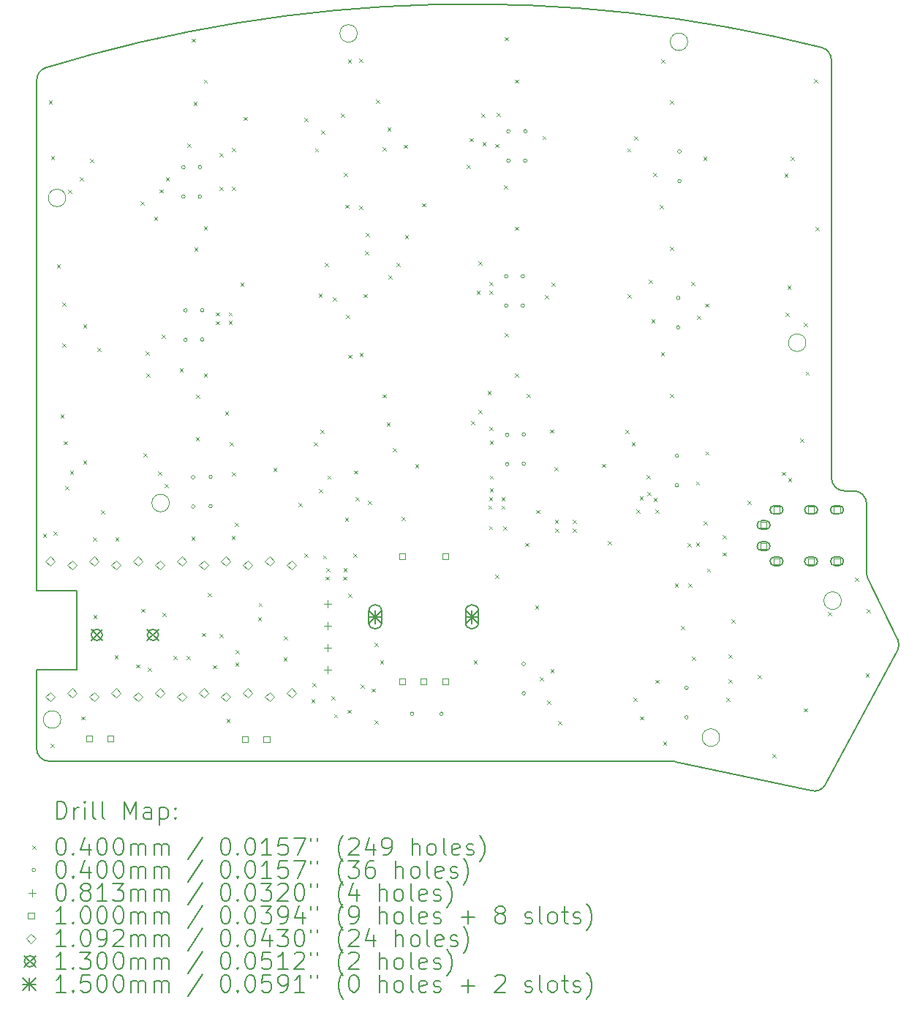
<source format=gbr>
%TF.GenerationSoftware,KiCad,Pcbnew,7.0.1*%
%TF.CreationDate,2024-09-08T21:52:53+07:00*%
%TF.ProjectId,minikeeb,6d696e69-6b65-4656-922e-6b696361645f,rev?*%
%TF.SameCoordinates,Original*%
%TF.FileFunction,Drillmap*%
%TF.FilePolarity,Positive*%
%FSLAX45Y45*%
G04 Gerber Fmt 4.5, Leading zero omitted, Abs format (unit mm)*
G04 Created by KiCad (PCBNEW 7.0.1) date 2024-09-08 21:52:53*
%MOMM*%
%LPD*%
G01*
G04 APERTURE LIST*
%ADD10C,0.200000*%
%ADD11C,0.050000*%
%ADD12C,0.040000*%
%ADD13C,0.081280*%
%ADD14C,0.100000*%
%ADD15C,0.109220*%
%ADD16C,0.130000*%
%ADD17C,0.150000*%
G04 APERTURE END LIST*
D10*
X3008000Y-14397000D02*
X3009066Y-15301934D01*
X3475000Y-14397000D02*
X3008000Y-14397000D01*
X3475000Y-13475000D02*
X3475000Y-14397000D01*
X3012000Y-13475000D02*
X3475000Y-13475000D01*
X3011510Y-13344002D02*
X3012000Y-13475000D01*
X12618742Y-12473925D02*
X12618742Y-13280301D01*
X12361741Y-12323925D02*
X12468742Y-12323925D01*
X3117777Y-7429158D02*
G75*
G03*
X3011741Y-7572572I43963J-143412D01*
G01*
D11*
X3348178Y-8936000D02*
G75*
G03*
X3348178Y-8936000I-101178J0D01*
G01*
D10*
X12211744Y-7340576D02*
G75*
G03*
X12098173Y-7195068I-150004J-4D01*
G01*
D11*
X10548178Y-7130000D02*
G75*
G03*
X10548178Y-7130000I-101178J0D01*
G01*
D10*
X3011741Y-13091550D02*
X3011741Y-7572572D01*
D11*
X6723178Y-7033000D02*
G75*
G03*
X6723178Y-7033000I-101178J0D01*
G01*
X4547178Y-12465000D02*
G75*
G03*
X4547178Y-12465000I-101178J0D01*
G01*
D10*
X12098173Y-7195068D02*
G75*
G03*
X3117777Y-7429159I-4069566J-16253644D01*
G01*
D11*
X10918178Y-15178000D02*
G75*
G03*
X10918178Y-15178000I-101178J0D01*
G01*
D10*
X12211741Y-7340576D02*
X12211741Y-12173925D01*
D11*
X11917178Y-10611000D02*
G75*
G03*
X11917178Y-10611000I-101178J0D01*
G01*
X3291178Y-14969000D02*
G75*
G03*
X3291178Y-14969000I-101178J0D01*
G01*
D10*
X3011510Y-13344002D02*
X3011741Y-13091550D01*
X10371000Y-15449959D02*
X3159066Y-15451934D01*
X11975380Y-15791292D02*
X10413358Y-15458522D01*
D11*
X12327178Y-13594000D02*
G75*
G03*
X12327178Y-13594000I-101178J0D01*
G01*
D10*
X12618741Y-13280301D02*
G75*
G03*
X12634566Y-13347359I149999J1D01*
G01*
X12211735Y-12173925D02*
G75*
G03*
X12361741Y-12323925I150005J5D01*
G01*
X10413358Y-15458522D02*
G75*
G03*
X10371000Y-15449959I-42358J-100478D01*
G01*
X12976771Y-14175412D02*
G75*
G03*
X12979122Y-14036779I-131831J71572D01*
G01*
X12618735Y-12473925D02*
G75*
G03*
X12468742Y-12323925I-149995J5D01*
G01*
X3009066Y-15301934D02*
G75*
G03*
X3159066Y-15451934I150004J4D01*
G01*
X12634566Y-13347359D02*
X12979122Y-14036779D01*
X12976768Y-14175411D02*
X12146025Y-15717977D01*
X11975380Y-15791294D02*
G75*
G03*
X12146025Y-15717977I38820J144894D01*
G01*
D12*
X3084000Y-12817000D02*
X3124000Y-12857000D01*
X3124000Y-12817000D02*
X3084000Y-12857000D01*
X3152000Y-7806000D02*
X3192000Y-7846000D01*
X3192000Y-7806000D02*
X3152000Y-7846000D01*
X3173000Y-15250000D02*
X3213000Y-15290000D01*
X3213000Y-15250000D02*
X3173000Y-15290000D01*
X3176000Y-8449000D02*
X3216000Y-8489000D01*
X3216000Y-8449000D02*
X3176000Y-8489000D01*
X3207000Y-12793000D02*
X3247000Y-12833000D01*
X3247000Y-12793000D02*
X3207000Y-12833000D01*
X3243000Y-9705000D02*
X3283000Y-9745000D01*
X3283000Y-9705000D02*
X3243000Y-9745000D01*
X3287450Y-11439400D02*
X3327450Y-11479400D01*
X3327450Y-11439400D02*
X3287450Y-11479400D01*
X3307000Y-10145000D02*
X3347000Y-10185000D01*
X3347000Y-10145000D02*
X3307000Y-10185000D01*
X3307000Y-10619000D02*
X3347000Y-10659000D01*
X3347000Y-10619000D02*
X3307000Y-10659000D01*
X3326000Y-11749000D02*
X3366000Y-11789000D01*
X3366000Y-11749000D02*
X3326000Y-11789000D01*
X3342000Y-12268000D02*
X3382000Y-12308000D01*
X3382000Y-12268000D02*
X3342000Y-12308000D01*
X3374000Y-8840000D02*
X3414000Y-8880000D01*
X3414000Y-8840000D02*
X3374000Y-8880000D01*
X3397000Y-12093000D02*
X3437000Y-12133000D01*
X3437000Y-12093000D02*
X3397000Y-12133000D01*
X3511000Y-8696000D02*
X3551000Y-8736000D01*
X3551000Y-8696000D02*
X3511000Y-8736000D01*
X3526000Y-14931000D02*
X3566000Y-14971000D01*
X3566000Y-14931000D02*
X3526000Y-14971000D01*
X3550000Y-10400200D02*
X3590000Y-10440200D01*
X3590000Y-10400200D02*
X3550000Y-10440200D01*
X3550000Y-11970000D02*
X3590000Y-12010000D01*
X3590000Y-11970000D02*
X3550000Y-12010000D01*
X3630000Y-8482000D02*
X3670000Y-8522000D01*
X3670000Y-8482000D02*
X3630000Y-8522000D01*
X3664000Y-12862450D02*
X3704000Y-12902450D01*
X3704000Y-12862450D02*
X3664000Y-12902450D01*
X3668000Y-13757000D02*
X3708000Y-13797000D01*
X3708000Y-13757000D02*
X3668000Y-13797000D01*
X3713200Y-10672000D02*
X3753200Y-10712000D01*
X3753200Y-10672000D02*
X3713200Y-10712000D01*
X3758000Y-12549000D02*
X3798000Y-12589000D01*
X3798000Y-12549000D02*
X3758000Y-12589000D01*
X3912000Y-14223000D02*
X3952000Y-14263000D01*
X3952000Y-14223000D02*
X3912000Y-14263000D01*
X3921000Y-12864000D02*
X3961000Y-12904000D01*
X3961000Y-12864000D02*
X3921000Y-12904000D01*
X4164000Y-14330000D02*
X4204000Y-14370000D01*
X4204000Y-14330000D02*
X4164000Y-14370000D01*
X4212000Y-8975000D02*
X4252000Y-9015000D01*
X4252000Y-8975000D02*
X4212000Y-9015000D01*
X4223000Y-13686450D02*
X4263000Y-13726450D01*
X4263000Y-13686450D02*
X4223000Y-13726450D01*
X4245000Y-11889000D02*
X4285000Y-11929000D01*
X4285000Y-11889000D02*
X4245000Y-11929000D01*
X4273000Y-10712000D02*
X4313000Y-10752000D01*
X4313000Y-10712000D02*
X4273000Y-10752000D01*
X4284000Y-10964000D02*
X4324000Y-11004000D01*
X4324000Y-10964000D02*
X4284000Y-11004000D01*
X4298000Y-14368000D02*
X4338000Y-14408000D01*
X4338000Y-14368000D02*
X4298000Y-14408000D01*
X4370000Y-9154000D02*
X4410000Y-9194000D01*
X4410000Y-9154000D02*
X4370000Y-9194000D01*
X4418150Y-12102000D02*
X4458150Y-12142000D01*
X4458150Y-12102000D02*
X4418150Y-12142000D01*
X4436000Y-8836000D02*
X4476000Y-8876000D01*
X4476000Y-8836000D02*
X4436000Y-8876000D01*
X4459000Y-10519000D02*
X4499000Y-10559000D01*
X4499000Y-10519000D02*
X4459000Y-10559000D01*
X4467000Y-13731450D02*
X4507000Y-13771450D01*
X4507000Y-13731450D02*
X4467000Y-13771450D01*
X4492000Y-12242000D02*
X4532000Y-12282000D01*
X4532000Y-12242000D02*
X4492000Y-12282000D01*
X4506408Y-8699140D02*
X4546408Y-8739140D01*
X4546408Y-8699140D02*
X4506408Y-8739140D01*
X4595000Y-14234450D02*
X4635000Y-14274450D01*
X4635000Y-14234450D02*
X4595000Y-14274450D01*
X4667000Y-10909000D02*
X4707000Y-10949000D01*
X4707000Y-10909000D02*
X4667000Y-10949000D01*
X4746450Y-14236000D02*
X4786450Y-14276000D01*
X4786450Y-14236000D02*
X4746450Y-14276000D01*
X4755000Y-8306000D02*
X4795000Y-8346000D01*
X4795000Y-8306000D02*
X4755000Y-8346000D01*
X4802910Y-12855450D02*
X4842910Y-12895450D01*
X4842910Y-12855450D02*
X4802910Y-12895450D01*
X4804000Y-7091000D02*
X4844000Y-7131000D01*
X4844000Y-7091000D02*
X4804000Y-7131000D01*
X4827000Y-7823000D02*
X4867000Y-7863000D01*
X4867000Y-7823000D02*
X4827000Y-7863000D01*
X4836000Y-9508000D02*
X4876000Y-9548000D01*
X4876000Y-9508000D02*
X4836000Y-9548000D01*
X4853000Y-11700000D02*
X4893000Y-11740000D01*
X4893000Y-11700000D02*
X4853000Y-11740000D01*
X4854000Y-11213000D02*
X4894000Y-11253000D01*
X4894000Y-11213000D02*
X4854000Y-11253000D01*
X4925000Y-13968000D02*
X4965000Y-14008000D01*
X4965000Y-13968000D02*
X4925000Y-14008000D01*
X4946600Y-7565900D02*
X4986600Y-7605900D01*
X4986600Y-7565900D02*
X4946600Y-7605900D01*
X4946600Y-9261350D02*
X4986600Y-9301350D01*
X4986600Y-9261350D02*
X4946600Y-9301350D01*
X4946600Y-10963150D02*
X4986600Y-11003150D01*
X4986600Y-10963150D02*
X4946600Y-11003150D01*
X4991000Y-13508000D02*
X5031000Y-13548000D01*
X5031000Y-13508000D02*
X4991000Y-13548000D01*
X5054000Y-14340000D02*
X5094000Y-14380000D01*
X5094000Y-14340000D02*
X5054000Y-14380000D01*
X5088550Y-10259068D02*
X5128550Y-10299068D01*
X5128550Y-10259068D02*
X5088550Y-10299068D01*
X5088550Y-10359019D02*
X5128550Y-10399019D01*
X5128550Y-10359019D02*
X5088550Y-10399019D01*
X5126000Y-13979000D02*
X5166000Y-14019000D01*
X5166000Y-13979000D02*
X5126000Y-14019000D01*
X5128550Y-8416000D02*
X5168550Y-8456000D01*
X5168550Y-8416000D02*
X5128550Y-8456000D01*
X5128550Y-8807450D02*
X5168550Y-8847450D01*
X5168550Y-8807450D02*
X5128550Y-8847450D01*
X5191000Y-11408000D02*
X5231000Y-11448000D01*
X5231000Y-11408000D02*
X5191000Y-11448000D01*
X5208000Y-14961450D02*
X5248000Y-15001450D01*
X5248000Y-14961450D02*
X5208000Y-15001450D01*
X5233450Y-10358550D02*
X5273450Y-10398550D01*
X5273450Y-10358550D02*
X5233450Y-10398550D01*
X5234093Y-10258602D02*
X5274093Y-10298602D01*
X5274093Y-10258602D02*
X5234093Y-10298602D01*
X5244000Y-11759400D02*
X5284000Y-11799400D01*
X5284000Y-11759400D02*
X5244000Y-11799400D01*
X5268370Y-12844630D02*
X5308370Y-12884630D01*
X5308370Y-12844630D02*
X5268370Y-12884630D01*
X5272000Y-12111000D02*
X5312000Y-12151000D01*
X5312000Y-12111000D02*
X5272000Y-12151000D01*
X5273450Y-8358000D02*
X5313450Y-8398000D01*
X5313450Y-8358000D02*
X5273450Y-8398000D01*
X5273450Y-8809000D02*
X5313450Y-8849000D01*
X5313450Y-8809000D02*
X5273450Y-8849000D01*
X5305000Y-12695000D02*
X5345000Y-12735000D01*
X5345000Y-12695000D02*
X5305000Y-12735000D01*
X5310000Y-14308450D02*
X5350000Y-14348450D01*
X5350000Y-14308450D02*
X5310000Y-14348450D01*
X5312000Y-14163550D02*
X5352000Y-14203550D01*
X5352000Y-14163550D02*
X5312000Y-14203550D01*
X5370000Y-9918000D02*
X5410000Y-9958000D01*
X5410000Y-9918000D02*
X5370000Y-9958000D01*
X5410000Y-7999000D02*
X5450000Y-8039000D01*
X5450000Y-7999000D02*
X5410000Y-8039000D01*
X5572000Y-13785000D02*
X5612000Y-13825000D01*
X5612000Y-13785000D02*
X5572000Y-13825000D01*
X5581000Y-13620000D02*
X5621000Y-13660000D01*
X5621000Y-13620000D02*
X5581000Y-13660000D01*
X5750000Y-12057000D02*
X5790000Y-12097000D01*
X5790000Y-12057000D02*
X5750000Y-12097000D01*
X5868000Y-14251150D02*
X5908000Y-14291150D01*
X5908000Y-14251150D02*
X5868000Y-14291150D01*
X5871000Y-14005000D02*
X5911000Y-14045000D01*
X5911000Y-14005000D02*
X5871000Y-14045000D01*
X6045000Y-12464000D02*
X6085000Y-12504000D01*
X6085000Y-12464000D02*
X6045000Y-12504000D01*
X6107000Y-8008000D02*
X6147000Y-8048000D01*
X6147000Y-8008000D02*
X6107000Y-8048000D01*
X6107000Y-13051000D02*
X6147000Y-13091000D01*
X6147000Y-13051000D02*
X6107000Y-13091000D01*
X6191000Y-14736000D02*
X6231000Y-14776000D01*
X6231000Y-14736000D02*
X6191000Y-14776000D01*
X6205000Y-14546000D02*
X6245000Y-14586000D01*
X6245000Y-14546000D02*
X6205000Y-14586000D01*
X6221550Y-11759400D02*
X6261550Y-11799400D01*
X6261550Y-11759400D02*
X6221550Y-11799400D01*
X6233000Y-8361000D02*
X6273000Y-8401000D01*
X6273000Y-8361000D02*
X6233000Y-8401000D01*
X6275000Y-10041000D02*
X6315000Y-10081000D01*
X6315000Y-10041000D02*
X6275000Y-10081000D01*
X6279000Y-12303000D02*
X6319000Y-12343000D01*
X6319000Y-12303000D02*
X6279000Y-12343000D01*
X6298000Y-11619400D02*
X6338000Y-11659400D01*
X6338000Y-11619400D02*
X6298000Y-11659400D01*
X6306000Y-8154000D02*
X6346000Y-8194000D01*
X6346000Y-8154000D02*
X6306000Y-8194000D01*
X6325000Y-13070000D02*
X6365000Y-13110000D01*
X6365000Y-13070000D02*
X6325000Y-13110000D01*
X6350000Y-9689000D02*
X6390000Y-9729000D01*
X6390000Y-9689000D02*
X6350000Y-9729000D01*
X6357000Y-13315000D02*
X6397000Y-13355000D01*
X6397000Y-13315000D02*
X6357000Y-13355000D01*
X6361405Y-13215147D02*
X6401405Y-13255147D01*
X6401405Y-13215147D02*
X6361405Y-13255147D01*
X6377000Y-12146550D02*
X6417000Y-12186550D01*
X6417000Y-12146550D02*
X6377000Y-12186550D01*
X6423149Y-14697335D02*
X6463149Y-14737335D01*
X6463149Y-14697335D02*
X6423149Y-14737335D01*
X6438000Y-10082000D02*
X6478000Y-10122000D01*
X6478000Y-10082000D02*
X6438000Y-10122000D01*
X6452550Y-14905550D02*
X6492550Y-14945550D01*
X6492550Y-14905550D02*
X6452550Y-14945550D01*
X6533000Y-7959000D02*
X6573000Y-7999000D01*
X6573000Y-7959000D02*
X6533000Y-7999000D01*
X6559000Y-13316000D02*
X6599000Y-13356000D01*
X6599000Y-13316000D02*
X6559000Y-13356000D01*
X6564093Y-13216180D02*
X6604093Y-13256180D01*
X6604093Y-13216180D02*
X6564093Y-13256180D01*
X6565000Y-8647000D02*
X6605000Y-8687000D01*
X6605000Y-8647000D02*
X6565000Y-8687000D01*
X6580000Y-12633000D02*
X6620000Y-12673000D01*
X6620000Y-12633000D02*
X6580000Y-12673000D01*
X6583000Y-9015000D02*
X6623000Y-9055000D01*
X6623000Y-9015000D02*
X6583000Y-9055000D01*
X6590000Y-10286000D02*
X6630000Y-10326000D01*
X6630000Y-10286000D02*
X6590000Y-10326000D01*
X6612000Y-14855000D02*
X6652000Y-14895000D01*
X6652000Y-14855000D02*
X6612000Y-14895000D01*
X6613000Y-7332000D02*
X6653000Y-7372000D01*
X6653000Y-7332000D02*
X6613000Y-7372000D01*
X6617000Y-10749000D02*
X6657000Y-10789000D01*
X6657000Y-10749000D02*
X6617000Y-10789000D01*
X6617000Y-13512000D02*
X6657000Y-13552000D01*
X6657000Y-13512000D02*
X6617000Y-13552000D01*
X6680000Y-13051000D02*
X6720000Y-13091000D01*
X6720000Y-13051000D02*
X6680000Y-13091000D01*
X6688000Y-12087000D02*
X6728000Y-12127000D01*
X6728000Y-12087000D02*
X6688000Y-12127000D01*
X6703000Y-12394450D02*
X6743000Y-12434450D01*
X6743000Y-12394450D02*
X6703000Y-12434450D01*
X6743650Y-7324600D02*
X6783650Y-7364600D01*
X6783650Y-7324600D02*
X6743650Y-7364600D01*
X6743650Y-9026400D02*
X6783650Y-9066400D01*
X6783650Y-9026400D02*
X6743650Y-9066400D01*
X6750000Y-10728200D02*
X6790000Y-10768200D01*
X6790000Y-10728200D02*
X6750000Y-10768200D01*
X6761000Y-14564000D02*
X6801000Y-14604000D01*
X6801000Y-14564000D02*
X6761000Y-14604000D01*
X6796000Y-10047000D02*
X6836000Y-10087000D01*
X6836000Y-10047000D02*
X6796000Y-10087000D01*
X6814000Y-9550000D02*
X6854000Y-9590000D01*
X6854000Y-9550000D02*
X6814000Y-9590000D01*
X6823000Y-9338000D02*
X6863000Y-9378000D01*
X6863000Y-9338000D02*
X6823000Y-9378000D01*
X6848450Y-12439450D02*
X6888450Y-12479450D01*
X6888450Y-12439450D02*
X6848450Y-12479450D01*
X6891000Y-14610000D02*
X6931000Y-14650000D01*
X6931000Y-14610000D02*
X6891000Y-14650000D01*
X6920000Y-14083000D02*
X6960000Y-14123000D01*
X6960000Y-14083000D02*
X6920000Y-14123000D01*
X6923000Y-14978000D02*
X6963000Y-15018000D01*
X6963000Y-14978000D02*
X6923000Y-15018000D01*
X6938000Y-7797000D02*
X6978000Y-7837000D01*
X6978000Y-7797000D02*
X6938000Y-7837000D01*
X6986000Y-14284000D02*
X7026000Y-14324000D01*
X7026000Y-14284000D02*
X6986000Y-14324000D01*
X7016000Y-8350000D02*
X7056000Y-8390000D01*
X7056000Y-8350000D02*
X7016000Y-8390000D01*
X7016000Y-11206000D02*
X7056000Y-11246000D01*
X7056000Y-11206000D02*
X7016000Y-11246000D01*
X7062000Y-11531000D02*
X7102000Y-11571000D01*
X7102000Y-11531000D02*
X7062000Y-11571000D01*
X7072000Y-8122000D02*
X7112000Y-8162000D01*
X7112000Y-8122000D02*
X7072000Y-8162000D01*
X7085000Y-9829000D02*
X7125000Y-9869000D01*
X7125000Y-9829000D02*
X7085000Y-9869000D01*
X7133000Y-11831000D02*
X7173000Y-11871000D01*
X7173000Y-11831000D02*
X7133000Y-11871000D01*
X7175050Y-9689000D02*
X7215050Y-9729000D01*
X7215050Y-9689000D02*
X7175050Y-9729000D01*
X7234000Y-12622000D02*
X7274000Y-12662000D01*
X7274000Y-12622000D02*
X7234000Y-12662000D01*
X7263000Y-8320000D02*
X7303000Y-8360000D01*
X7303000Y-8320000D02*
X7263000Y-8360000D01*
X7274000Y-9365000D02*
X7314000Y-9405000D01*
X7314000Y-9365000D02*
X7274000Y-9405000D01*
X7393000Y-12016000D02*
X7433000Y-12056000D01*
X7433000Y-12016000D02*
X7393000Y-12056000D01*
X7474000Y-8996000D02*
X7514000Y-9036000D01*
X7514000Y-8996000D02*
X7474000Y-9036000D01*
X7987000Y-8552000D02*
X8027000Y-8592000D01*
X8027000Y-8552000D02*
X7987000Y-8592000D01*
X8021000Y-8243000D02*
X8061000Y-8283000D01*
X8061000Y-8243000D02*
X8021000Y-8283000D01*
X8041500Y-11518500D02*
X8081500Y-11558500D01*
X8081500Y-11518500D02*
X8041500Y-11558500D01*
X8069000Y-14285000D02*
X8109000Y-14325000D01*
X8109000Y-14285000D02*
X8069000Y-14325000D01*
X8104550Y-10010000D02*
X8144550Y-10050000D01*
X8144550Y-10010000D02*
X8104550Y-10050000D01*
X8123342Y-11389277D02*
X8163342Y-11429277D01*
X8163342Y-11389277D02*
X8123342Y-11429277D01*
X8126393Y-9669960D02*
X8166393Y-9709960D01*
X8166393Y-9669960D02*
X8126393Y-9709960D01*
X8158000Y-7959000D02*
X8198000Y-7999000D01*
X8198000Y-7959000D02*
X8158000Y-7999000D01*
X8171000Y-8291000D02*
X8211000Y-8331000D01*
X8211000Y-8291000D02*
X8171000Y-8331000D01*
X8230000Y-11170000D02*
X8270000Y-11210000D01*
X8270000Y-11170000D02*
X8230000Y-11210000D01*
X8238685Y-12494057D02*
X8278685Y-12534057D01*
X8278685Y-12494057D02*
X8238685Y-12534057D01*
X8247380Y-12394486D02*
X8287380Y-12434486D01*
X8287380Y-12394486D02*
X8247380Y-12434486D01*
X8247550Y-12731000D02*
X8287550Y-12771000D01*
X8287550Y-12731000D02*
X8247550Y-12771000D01*
X8249450Y-9910050D02*
X8289450Y-9950050D01*
X8289450Y-9910050D02*
X8249450Y-9950050D01*
X8249450Y-10010000D02*
X8289450Y-10050000D01*
X8289450Y-10010000D02*
X8249450Y-10050000D01*
X8255000Y-11583550D02*
X8295000Y-11623550D01*
X8295000Y-11583550D02*
X8255000Y-11623550D01*
X8257000Y-11746000D02*
X8297000Y-11786000D01*
X8297000Y-11746000D02*
X8257000Y-11786000D01*
X8257000Y-12146550D02*
X8297000Y-12186550D01*
X8297000Y-12146550D02*
X8257000Y-12186550D01*
X8257000Y-12295000D02*
X8297000Y-12335000D01*
X8297000Y-12295000D02*
X8257000Y-12335000D01*
X8317000Y-13295000D02*
X8357000Y-13335000D01*
X8357000Y-13295000D02*
X8317000Y-13335000D01*
X8318450Y-8311000D02*
X8358450Y-8351000D01*
X8358450Y-8311000D02*
X8318450Y-8351000D01*
X8336000Y-7949000D02*
X8376000Y-7989000D01*
X8376000Y-7949000D02*
X8336000Y-7989000D01*
X8392450Y-12394000D02*
X8432450Y-12434000D01*
X8432450Y-12394000D02*
X8392450Y-12434000D01*
X8392450Y-12494000D02*
X8432450Y-12534000D01*
X8432450Y-12494000D02*
X8392450Y-12534000D01*
X8414000Y-12735000D02*
X8454000Y-12775000D01*
X8454000Y-12735000D02*
X8414000Y-12775000D01*
X8424000Y-8788000D02*
X8464000Y-8828000D01*
X8464000Y-8788000D02*
X8424000Y-8828000D01*
X8428000Y-7074000D02*
X8468000Y-7114000D01*
X8468000Y-7074000D02*
X8428000Y-7114000D01*
X8429000Y-10497000D02*
X8469000Y-10537000D01*
X8469000Y-10497000D02*
X8429000Y-10537000D01*
X8547050Y-7565900D02*
X8587050Y-7605900D01*
X8587050Y-7565900D02*
X8547050Y-7605900D01*
X8547050Y-9267700D02*
X8587050Y-9307700D01*
X8587050Y-9267700D02*
X8547050Y-9307700D01*
X8547050Y-10963150D02*
X8587050Y-11003150D01*
X8587050Y-10963150D02*
X8547050Y-11003150D01*
X8669000Y-12925000D02*
X8709000Y-12965000D01*
X8709000Y-12925000D02*
X8669000Y-12965000D01*
X8686000Y-11200000D02*
X8726000Y-11240000D01*
X8726000Y-11200000D02*
X8686000Y-11240000D01*
X8780418Y-13647272D02*
X8820418Y-13687272D01*
X8820418Y-13647272D02*
X8780418Y-13687272D01*
X8795000Y-12545000D02*
X8835000Y-12585000D01*
X8835000Y-12545000D02*
X8795000Y-12585000D01*
X8839000Y-14478000D02*
X8879000Y-14518000D01*
X8879000Y-14478000D02*
X8839000Y-14518000D01*
X8866000Y-8219000D02*
X8906000Y-8259000D01*
X8906000Y-8219000D02*
X8866000Y-8259000D01*
X8896000Y-10057600D02*
X8936000Y-10097600D01*
X8936000Y-10057600D02*
X8896000Y-10097600D01*
X8921910Y-14749751D02*
X8961910Y-14789751D01*
X8961910Y-14749751D02*
X8921910Y-14789751D01*
X8954000Y-11613000D02*
X8994000Y-11653000D01*
X8994000Y-11613000D02*
X8954000Y-11653000D01*
X8958000Y-14385000D02*
X8998000Y-14425000D01*
X8998000Y-14385000D02*
X8958000Y-14425000D01*
X8974000Y-9917600D02*
X9014000Y-9957600D01*
X9014000Y-9917600D02*
X8974000Y-9957600D01*
X9007000Y-12051000D02*
X9047000Y-12091000D01*
X9047000Y-12051000D02*
X9007000Y-12091000D01*
X9009439Y-12659265D02*
X9049439Y-12699265D01*
X9049439Y-12659265D02*
X9009439Y-12699265D01*
X9016000Y-12759000D02*
X9056000Y-12799000D01*
X9056000Y-12759000D02*
X9016000Y-12799000D01*
X9049000Y-14990000D02*
X9089000Y-15030000D01*
X9089000Y-14990000D02*
X9049000Y-15030000D01*
X9215000Y-12659050D02*
X9255000Y-12699050D01*
X9255000Y-12659050D02*
X9215000Y-12699050D01*
X9215000Y-12759000D02*
X9255000Y-12799000D01*
X9255000Y-12759000D02*
X9215000Y-12799000D01*
X9556000Y-12011000D02*
X9596000Y-12051000D01*
X9596000Y-12011000D02*
X9556000Y-12051000D01*
X9623000Y-12904000D02*
X9663000Y-12944000D01*
X9663000Y-12904000D02*
X9623000Y-12944000D01*
X9828350Y-11619400D02*
X9868350Y-11659400D01*
X9868350Y-11619400D02*
X9828350Y-11659400D01*
X9848000Y-8361000D02*
X9888000Y-8401000D01*
X9888000Y-8361000D02*
X9848000Y-8401000D01*
X9851000Y-10054000D02*
X9891000Y-10094000D01*
X9891000Y-10054000D02*
X9851000Y-10094000D01*
X9900000Y-11759400D02*
X9940000Y-11799400D01*
X9940000Y-11759400D02*
X9900000Y-11799400D01*
X9918500Y-14716500D02*
X9958500Y-14756500D01*
X9958500Y-14716500D02*
X9918500Y-14756500D01*
X9927000Y-8221000D02*
X9967000Y-8261000D01*
X9967000Y-8221000D02*
X9927000Y-8261000D01*
X9955000Y-12541000D02*
X9995000Y-12581000D01*
X9995000Y-12541000D02*
X9955000Y-12581000D01*
X9992087Y-12385358D02*
X10032087Y-12425358D01*
X10032087Y-12385358D02*
X9992087Y-12425358D01*
X9998000Y-14931000D02*
X10038000Y-14971000D01*
X10038000Y-14931000D02*
X9998000Y-14971000D01*
X10074000Y-12142000D02*
X10114000Y-12182000D01*
X10114000Y-12142000D02*
X10074000Y-12182000D01*
X10079000Y-12336000D02*
X10119000Y-12376000D01*
X10119000Y-12336000D02*
X10079000Y-12376000D01*
X10095000Y-9882000D02*
X10135000Y-9922000D01*
X10135000Y-9882000D02*
X10095000Y-9922000D01*
X10128340Y-10339550D02*
X10168340Y-10379550D01*
X10168340Y-10339550D02*
X10128340Y-10379550D01*
X10149000Y-8647550D02*
X10189000Y-8687550D01*
X10189000Y-8647550D02*
X10149000Y-8687550D01*
X10152382Y-12403861D02*
X10192382Y-12443861D01*
X10192382Y-12403861D02*
X10152382Y-12443861D01*
X10173000Y-12540550D02*
X10213000Y-12580550D01*
X10213000Y-12540550D02*
X10173000Y-12580550D01*
X10175000Y-14509000D02*
X10215000Y-14549000D01*
X10215000Y-14509000D02*
X10175000Y-14549000D01*
X10227000Y-9017000D02*
X10267000Y-9057000D01*
X10267000Y-9017000D02*
X10227000Y-9057000D01*
X10238000Y-10720000D02*
X10278000Y-10760000D01*
X10278000Y-10720000D02*
X10238000Y-10760000D01*
X10239000Y-7335000D02*
X10279000Y-7375000D01*
X10279000Y-7335000D02*
X10239000Y-7375000D01*
X10263000Y-15226000D02*
X10303000Y-15266000D01*
X10303000Y-15226000D02*
X10263000Y-15266000D01*
X10344100Y-7807200D02*
X10384100Y-7847200D01*
X10384100Y-7807200D02*
X10344100Y-7847200D01*
X10344100Y-9502650D02*
X10384100Y-9542650D01*
X10384100Y-9502650D02*
X10344100Y-9542650D01*
X10344100Y-11204450D02*
X10384100Y-11244450D01*
X10384100Y-11204450D02*
X10344100Y-11244450D01*
X10399550Y-13396000D02*
X10439550Y-13436000D01*
X10439550Y-13396000D02*
X10399550Y-13436000D01*
X10473000Y-13887000D02*
X10513000Y-13927000D01*
X10513000Y-13887000D02*
X10473000Y-13927000D01*
X10544450Y-12929000D02*
X10584450Y-12969000D01*
X10584450Y-12929000D02*
X10544450Y-12969000D01*
X10553000Y-13395000D02*
X10593000Y-13435000D01*
X10593000Y-13395000D02*
X10553000Y-13435000D01*
X10589000Y-9906000D02*
X10629000Y-9946000D01*
X10629000Y-9906000D02*
X10589000Y-9946000D01*
X10597000Y-14241000D02*
X10637000Y-14281000D01*
X10637000Y-14241000D02*
X10597000Y-14281000D01*
X10644095Y-12921190D02*
X10684095Y-12961190D01*
X10684095Y-12921190D02*
X10644095Y-12961190D01*
X10645000Y-12214000D02*
X10685000Y-12254000D01*
X10685000Y-12214000D02*
X10645000Y-12254000D01*
X10657000Y-10297000D02*
X10697000Y-10337000D01*
X10697000Y-10297000D02*
X10657000Y-10337000D01*
X10728000Y-8460000D02*
X10768000Y-8500000D01*
X10768000Y-8460000D02*
X10728000Y-8500000D01*
X10734000Y-12673000D02*
X10774000Y-12713000D01*
X10774000Y-12673000D02*
X10734000Y-12713000D01*
X10751000Y-10157000D02*
X10791000Y-10197000D01*
X10791000Y-10157000D02*
X10751000Y-10197000D01*
X10755000Y-11868000D02*
X10795000Y-11908000D01*
X10795000Y-11868000D02*
X10755000Y-11908000D01*
X10772000Y-13222000D02*
X10812000Y-13262000D01*
X10812000Y-13222000D02*
X10772000Y-13262000D01*
X10950550Y-12837000D02*
X10990550Y-12877000D01*
X10990550Y-12837000D02*
X10950550Y-12877000D01*
X10950550Y-13036000D02*
X10990550Y-13076000D01*
X10990550Y-13036000D02*
X10950550Y-13076000D01*
X10996000Y-14715000D02*
X11036000Y-14755000D01*
X11036000Y-14715000D02*
X10996000Y-14755000D01*
X11018204Y-14217404D02*
X11058204Y-14257404D01*
X11058204Y-14217404D02*
X11018204Y-14257404D01*
X11022000Y-14502000D02*
X11062000Y-14542000D01*
X11062000Y-14502000D02*
X11022000Y-14542000D01*
X11052878Y-13810144D02*
X11092878Y-13850144D01*
X11092878Y-13810144D02*
X11052878Y-13850144D01*
X11243000Y-12437000D02*
X11283000Y-12477000D01*
X11283000Y-12437000D02*
X11243000Y-12477000D01*
X11356968Y-14453458D02*
X11396968Y-14493458D01*
X11396968Y-14453458D02*
X11356968Y-14493458D01*
X11526000Y-15369000D02*
X11566000Y-15409000D01*
X11566000Y-15369000D02*
X11526000Y-15409000D01*
X11638550Y-12105000D02*
X11678550Y-12145000D01*
X11678550Y-12105000D02*
X11638550Y-12145000D01*
X11668000Y-8655000D02*
X11708000Y-8695000D01*
X11708000Y-8655000D02*
X11668000Y-8695000D01*
X11681000Y-10261000D02*
X11721000Y-10301000D01*
X11721000Y-10261000D02*
X11681000Y-10301000D01*
X11702000Y-9951000D02*
X11742000Y-9991000D01*
X11742000Y-9951000D02*
X11702000Y-9991000D01*
X11711000Y-12174000D02*
X11751000Y-12214000D01*
X11751000Y-12174000D02*
X11711000Y-12214000D01*
X11740000Y-8462000D02*
X11780000Y-8502000D01*
X11780000Y-8462000D02*
X11740000Y-8502000D01*
X11851000Y-11716000D02*
X11891000Y-11756000D01*
X11891000Y-11716000D02*
X11851000Y-11756000D01*
X11893000Y-10381000D02*
X11933000Y-10421000D01*
X11933000Y-10381000D02*
X11893000Y-10421000D01*
X11894000Y-14839000D02*
X11934000Y-14879000D01*
X11934000Y-14839000D02*
X11894000Y-14879000D01*
X11914100Y-10944450D02*
X11954100Y-10984450D01*
X11954100Y-10944450D02*
X11914100Y-10984450D01*
X12010000Y-7559000D02*
X12050000Y-7599000D01*
X12050000Y-7559000D02*
X12010000Y-7599000D01*
X12029000Y-9270000D02*
X12069000Y-9310000D01*
X12069000Y-9270000D02*
X12029000Y-9310000D01*
X12175000Y-13725000D02*
X12215000Y-13765000D01*
X12215000Y-13725000D02*
X12175000Y-13765000D01*
X12484000Y-13328000D02*
X12524000Y-13368000D01*
X12524000Y-13328000D02*
X12484000Y-13368000D01*
X12609000Y-14435000D02*
X12649000Y-14475000D01*
X12649000Y-14435000D02*
X12609000Y-14475000D01*
X12620000Y-13691000D02*
X12660000Y-13731000D01*
X12660000Y-13691000D02*
X12620000Y-13731000D01*
X4730000Y-8579000D02*
G75*
G03*
X4730000Y-8579000I-20000J0D01*
G01*
X4730000Y-8919000D02*
G75*
G03*
X4730000Y-8919000I-20000J0D01*
G01*
X4755000Y-10236000D02*
G75*
G03*
X4755000Y-10236000I-20000J0D01*
G01*
X4755000Y-10576000D02*
G75*
G03*
X4755000Y-10576000I-20000J0D01*
G01*
X4843000Y-12166000D02*
G75*
G03*
X4843000Y-12166000I-20000J0D01*
G01*
X4843000Y-12506000D02*
G75*
G03*
X4843000Y-12506000I-20000J0D01*
G01*
X4921000Y-8579000D02*
G75*
G03*
X4921000Y-8579000I-20000J0D01*
G01*
X4921000Y-8919000D02*
G75*
G03*
X4921000Y-8919000I-20000J0D01*
G01*
X4948000Y-10234000D02*
G75*
G03*
X4948000Y-10234000I-20000J0D01*
G01*
X4948000Y-10574000D02*
G75*
G03*
X4948000Y-10574000I-20000J0D01*
G01*
X5045000Y-12162000D02*
G75*
G03*
X5045000Y-12162000I-20000J0D01*
G01*
X5045000Y-12502000D02*
G75*
G03*
X5045000Y-12502000I-20000J0D01*
G01*
X7378000Y-14903000D02*
G75*
G03*
X7378000Y-14903000I-20000J0D01*
G01*
X7718000Y-14903000D02*
G75*
G03*
X7718000Y-14903000I-20000J0D01*
G01*
X8468000Y-9841000D02*
G75*
G03*
X8468000Y-9841000I-20000J0D01*
G01*
X8468000Y-10181000D02*
G75*
G03*
X8468000Y-10181000I-20000J0D01*
G01*
X8479000Y-11676000D02*
G75*
G03*
X8479000Y-11676000I-20000J0D01*
G01*
X8479000Y-12016000D02*
G75*
G03*
X8479000Y-12016000I-20000J0D01*
G01*
X8492000Y-8165000D02*
G75*
G03*
X8492000Y-8165000I-20000J0D01*
G01*
X8492000Y-8505000D02*
G75*
G03*
X8492000Y-8505000I-20000J0D01*
G01*
X8658000Y-9842000D02*
G75*
G03*
X8658000Y-9842000I-20000J0D01*
G01*
X8658000Y-10182000D02*
G75*
G03*
X8658000Y-10182000I-20000J0D01*
G01*
X8670000Y-11670000D02*
G75*
G03*
X8670000Y-11670000I-20000J0D01*
G01*
X8670000Y-12010000D02*
G75*
G03*
X8670000Y-12010000I-20000J0D01*
G01*
X8670000Y-14326000D02*
G75*
G03*
X8670000Y-14326000I-20000J0D01*
G01*
X8670000Y-14666000D02*
G75*
G03*
X8670000Y-14666000I-20000J0D01*
G01*
X8688000Y-8163000D02*
G75*
G03*
X8688000Y-8163000I-20000J0D01*
G01*
X8688000Y-8503000D02*
G75*
G03*
X8688000Y-8503000I-20000J0D01*
G01*
X10443000Y-11918000D02*
G75*
G03*
X10443000Y-11918000I-20000J0D01*
G01*
X10443000Y-12258000D02*
G75*
G03*
X10443000Y-12258000I-20000J0D01*
G01*
X10458000Y-10092000D02*
G75*
G03*
X10458000Y-10092000I-20000J0D01*
G01*
X10458000Y-10432000D02*
G75*
G03*
X10458000Y-10432000I-20000J0D01*
G01*
X10473000Y-8400000D02*
G75*
G03*
X10473000Y-8400000I-20000J0D01*
G01*
X10473000Y-8740000D02*
G75*
G03*
X10473000Y-8740000I-20000J0D01*
G01*
X10555000Y-14603000D02*
G75*
G03*
X10555000Y-14603000I-20000J0D01*
G01*
X10555000Y-14943000D02*
G75*
G03*
X10555000Y-14943000I-20000J0D01*
G01*
D13*
X6379000Y-13591360D02*
X6379000Y-13672640D01*
X6338360Y-13632000D02*
X6419640Y-13632000D01*
X6379000Y-13845360D02*
X6379000Y-13926640D01*
X6338360Y-13886000D02*
X6419640Y-13886000D01*
X6379000Y-14099360D02*
X6379000Y-14180640D01*
X6338360Y-14140000D02*
X6419640Y-14140000D01*
X6379000Y-14353360D02*
X6379000Y-14434640D01*
X6338360Y-14394000D02*
X6419640Y-14394000D01*
D14*
X3652356Y-15226356D02*
X3652356Y-15155644D01*
X3581644Y-15155644D01*
X3581644Y-15226356D01*
X3652356Y-15226356D01*
X3902356Y-15226356D02*
X3902356Y-15155644D01*
X3831644Y-15155644D01*
X3831644Y-15226356D01*
X3902356Y-15226356D01*
X5458356Y-15232356D02*
X5458356Y-15161644D01*
X5387644Y-15161644D01*
X5387644Y-15232356D01*
X5458356Y-15232356D01*
X5708356Y-15232356D02*
X5708356Y-15161644D01*
X5637644Y-15161644D01*
X5637644Y-15232356D01*
X5708356Y-15232356D01*
X7276356Y-13116356D02*
X7276356Y-13045644D01*
X7205644Y-13045644D01*
X7205644Y-13116356D01*
X7276356Y-13116356D01*
X7276356Y-14566356D02*
X7276356Y-14495644D01*
X7205644Y-14495644D01*
X7205644Y-14566356D01*
X7276356Y-14566356D01*
X7526356Y-14566356D02*
X7526356Y-14495644D01*
X7455644Y-14495644D01*
X7455644Y-14566356D01*
X7526356Y-14566356D01*
X7776356Y-13116356D02*
X7776356Y-13045644D01*
X7705644Y-13045644D01*
X7705644Y-13116356D01*
X7776356Y-13116356D01*
X7776356Y-14566356D02*
X7776356Y-14495644D01*
X7705644Y-14495644D01*
X7705644Y-14566356D01*
X7776356Y-14566356D01*
X11462356Y-12754356D02*
X11462356Y-12683644D01*
X11391644Y-12683644D01*
X11391644Y-12754356D01*
X11462356Y-12754356D01*
D10*
X11452000Y-12669000D02*
X11402000Y-12669000D01*
X11402000Y-12669000D02*
G75*
G03*
X11402000Y-12769000I0J-50000D01*
G01*
X11402000Y-12769000D02*
X11452000Y-12769000D01*
X11452000Y-12769000D02*
G75*
G03*
X11452000Y-12669000I0J50000D01*
G01*
D14*
X11462356Y-12999356D02*
X11462356Y-12928644D01*
X11391644Y-12928644D01*
X11391644Y-12999356D01*
X11462356Y-12999356D01*
D10*
X11452000Y-12914000D02*
X11402000Y-12914000D01*
X11402000Y-12914000D02*
G75*
G03*
X11402000Y-13014000I0J-50000D01*
G01*
X11402000Y-13014000D02*
X11452000Y-13014000D01*
X11452000Y-13014000D02*
G75*
G03*
X11452000Y-12914000I0J50000D01*
G01*
D14*
X11612356Y-12579356D02*
X11612356Y-12508644D01*
X11541644Y-12508644D01*
X11541644Y-12579356D01*
X11612356Y-12579356D01*
D10*
X11602000Y-12494000D02*
X11552000Y-12494000D01*
X11552000Y-12494000D02*
G75*
G03*
X11552000Y-12594000I0J-50000D01*
G01*
X11552000Y-12594000D02*
X11602000Y-12594000D01*
X11602000Y-12594000D02*
G75*
G03*
X11602000Y-12494000I0J50000D01*
G01*
D14*
X11612356Y-13174356D02*
X11612356Y-13103644D01*
X11541644Y-13103644D01*
X11541644Y-13174356D01*
X11612356Y-13174356D01*
D10*
X11602000Y-13089000D02*
X11552000Y-13089000D01*
X11552000Y-13089000D02*
G75*
G03*
X11552000Y-13189000I0J-50000D01*
G01*
X11552000Y-13189000D02*
X11602000Y-13189000D01*
X11602000Y-13189000D02*
G75*
G03*
X11602000Y-13089000I0J50000D01*
G01*
D14*
X12012356Y-12579356D02*
X12012356Y-12508644D01*
X11941644Y-12508644D01*
X11941644Y-12579356D01*
X12012356Y-12579356D01*
D10*
X12002000Y-12494000D02*
X11952000Y-12494000D01*
X11952000Y-12494000D02*
G75*
G03*
X11952000Y-12594000I0J-50000D01*
G01*
X11952000Y-12594000D02*
X12002000Y-12594000D01*
X12002000Y-12594000D02*
G75*
G03*
X12002000Y-12494000I0J50000D01*
G01*
D14*
X12012356Y-13174356D02*
X12012356Y-13103644D01*
X11941644Y-13103644D01*
X11941644Y-13174356D01*
X12012356Y-13174356D01*
D10*
X12002000Y-13089000D02*
X11952000Y-13089000D01*
X11952000Y-13089000D02*
G75*
G03*
X11952000Y-13189000I0J-50000D01*
G01*
X11952000Y-13189000D02*
X12002000Y-13189000D01*
X12002000Y-13189000D02*
G75*
G03*
X12002000Y-13089000I0J50000D01*
G01*
D14*
X12312356Y-12579356D02*
X12312356Y-12508644D01*
X12241644Y-12508644D01*
X12241644Y-12579356D01*
X12312356Y-12579356D01*
D10*
X12302000Y-12494000D02*
X12252000Y-12494000D01*
X12252000Y-12494000D02*
G75*
G03*
X12252000Y-12594000I0J-50000D01*
G01*
X12252000Y-12594000D02*
X12302000Y-12594000D01*
X12302000Y-12594000D02*
G75*
G03*
X12302000Y-12494000I0J50000D01*
G01*
D14*
X12312356Y-13174356D02*
X12312356Y-13103644D01*
X12241644Y-13103644D01*
X12241644Y-13174356D01*
X12312356Y-13174356D01*
D10*
X12302000Y-13089000D02*
X12252000Y-13089000D01*
X12252000Y-13089000D02*
G75*
G03*
X12252000Y-13189000I0J-50000D01*
G01*
X12252000Y-13189000D02*
X12302000Y-13189000D01*
X12302000Y-13189000D02*
G75*
G03*
X12302000Y-13089000I0J50000D01*
G01*
D15*
X3170000Y-13191750D02*
X3224610Y-13137140D01*
X3170000Y-13082530D01*
X3115390Y-13137140D01*
X3170000Y-13191750D01*
X3170000Y-14761470D02*
X3224610Y-14706860D01*
X3170000Y-14652250D01*
X3115390Y-14706860D01*
X3170000Y-14761470D01*
X3424000Y-13237470D02*
X3478610Y-13182860D01*
X3424000Y-13128250D01*
X3369390Y-13182860D01*
X3424000Y-13237470D01*
X3424000Y-14715750D02*
X3478610Y-14661140D01*
X3424000Y-14606530D01*
X3369390Y-14661140D01*
X3424000Y-14715750D01*
X3678000Y-13191750D02*
X3732610Y-13137140D01*
X3678000Y-13082530D01*
X3623390Y-13137140D01*
X3678000Y-13191750D01*
X3678000Y-14761470D02*
X3732610Y-14706860D01*
X3678000Y-14652250D01*
X3623390Y-14706860D01*
X3678000Y-14761470D01*
X3932000Y-13237470D02*
X3986610Y-13182860D01*
X3932000Y-13128250D01*
X3877390Y-13182860D01*
X3932000Y-13237470D01*
X3932000Y-14715750D02*
X3986610Y-14661140D01*
X3932000Y-14606530D01*
X3877390Y-14661140D01*
X3932000Y-14715750D01*
X4186000Y-13191750D02*
X4240610Y-13137140D01*
X4186000Y-13082530D01*
X4131390Y-13137140D01*
X4186000Y-13191750D01*
X4186000Y-14761470D02*
X4240610Y-14706860D01*
X4186000Y-14652250D01*
X4131390Y-14706860D01*
X4186000Y-14761470D01*
X4440000Y-13237470D02*
X4494610Y-13182860D01*
X4440000Y-13128250D01*
X4385390Y-13182860D01*
X4440000Y-13237470D01*
X4440000Y-14715750D02*
X4494610Y-14661140D01*
X4440000Y-14606530D01*
X4385390Y-14661140D01*
X4440000Y-14715750D01*
X4694000Y-13191750D02*
X4748610Y-13137140D01*
X4694000Y-13082530D01*
X4639390Y-13137140D01*
X4694000Y-13191750D01*
X4694000Y-14761470D02*
X4748610Y-14706860D01*
X4694000Y-14652250D01*
X4639390Y-14706860D01*
X4694000Y-14761470D01*
X4948000Y-13237470D02*
X5002610Y-13182860D01*
X4948000Y-13128250D01*
X4893390Y-13182860D01*
X4948000Y-13237470D01*
X4948000Y-14715750D02*
X5002610Y-14661140D01*
X4948000Y-14606530D01*
X4893390Y-14661140D01*
X4948000Y-14715750D01*
X5202000Y-13191750D02*
X5256610Y-13137140D01*
X5202000Y-13082530D01*
X5147390Y-13137140D01*
X5202000Y-13191750D01*
X5202000Y-14761470D02*
X5256610Y-14706860D01*
X5202000Y-14652250D01*
X5147390Y-14706860D01*
X5202000Y-14761470D01*
X5456000Y-13237470D02*
X5510610Y-13182860D01*
X5456000Y-13128250D01*
X5401390Y-13182860D01*
X5456000Y-13237470D01*
X5456000Y-14715750D02*
X5510610Y-14661140D01*
X5456000Y-14606530D01*
X5401390Y-14661140D01*
X5456000Y-14715750D01*
X5710000Y-13191750D02*
X5764610Y-13137140D01*
X5710000Y-13082530D01*
X5655390Y-13137140D01*
X5710000Y-13191750D01*
X5710000Y-14761470D02*
X5764610Y-14706860D01*
X5710000Y-14652250D01*
X5655390Y-14706860D01*
X5710000Y-14761470D01*
X5964000Y-13237470D02*
X6018610Y-13182860D01*
X5964000Y-13128250D01*
X5909390Y-13182860D01*
X5964000Y-13237470D01*
X5964000Y-14715750D02*
X6018610Y-14661140D01*
X5964000Y-14606530D01*
X5909390Y-14661140D01*
X5964000Y-14715750D01*
D16*
X3642000Y-13925000D02*
X3772000Y-14055000D01*
X3772000Y-13925000D02*
X3642000Y-14055000D01*
X3772000Y-13990000D02*
G75*
G03*
X3772000Y-13990000I-65000J0D01*
G01*
X4292000Y-13925000D02*
X4422000Y-14055000D01*
X4422000Y-13925000D02*
X4292000Y-14055000D01*
X4422000Y-13990000D02*
G75*
G03*
X4422000Y-13990000I-65000J0D01*
G01*
D17*
X6856000Y-13706000D02*
X7006000Y-13856000D01*
X7006000Y-13706000D02*
X6856000Y-13856000D01*
X6931000Y-13706000D02*
X6931000Y-13856000D01*
X6856000Y-13781000D02*
X7006000Y-13781000D01*
D10*
X7006000Y-13846000D02*
X7006000Y-13716000D01*
X7006000Y-13716000D02*
G75*
G03*
X6856000Y-13716000I-75000J0D01*
G01*
X6856000Y-13716000D02*
X6856000Y-13846000D01*
X6856000Y-13846000D02*
G75*
G03*
X7006000Y-13846000I75000J0D01*
G01*
D17*
X7976000Y-13706000D02*
X8126000Y-13856000D01*
X8126000Y-13706000D02*
X7976000Y-13856000D01*
X8051000Y-13706000D02*
X8051000Y-13856000D01*
X7976000Y-13781000D02*
X8126000Y-13781000D01*
D10*
X8126000Y-13846000D02*
X8126000Y-13716000D01*
X8126000Y-13716000D02*
G75*
G03*
X7976000Y-13716000I-75000J0D01*
G01*
X7976000Y-13716000D02*
X7976000Y-13846000D01*
X7976000Y-13846000D02*
G75*
G03*
X8126000Y-13846000I75000J0D01*
G01*
X3245619Y-16118928D02*
X3245619Y-15918928D01*
X3245619Y-15918928D02*
X3293238Y-15918928D01*
X3293238Y-15918928D02*
X3321809Y-15928452D01*
X3321809Y-15928452D02*
X3340857Y-15947499D01*
X3340857Y-15947499D02*
X3350381Y-15966547D01*
X3350381Y-15966547D02*
X3359905Y-16004642D01*
X3359905Y-16004642D02*
X3359905Y-16033214D01*
X3359905Y-16033214D02*
X3350381Y-16071309D01*
X3350381Y-16071309D02*
X3340857Y-16090357D01*
X3340857Y-16090357D02*
X3321809Y-16109404D01*
X3321809Y-16109404D02*
X3293238Y-16118928D01*
X3293238Y-16118928D02*
X3245619Y-16118928D01*
X3445619Y-16118928D02*
X3445619Y-15985595D01*
X3445619Y-16023690D02*
X3455143Y-16004642D01*
X3455143Y-16004642D02*
X3464667Y-15995118D01*
X3464667Y-15995118D02*
X3483714Y-15985595D01*
X3483714Y-15985595D02*
X3502762Y-15985595D01*
X3569428Y-16118928D02*
X3569428Y-15985595D01*
X3569428Y-15918928D02*
X3559905Y-15928452D01*
X3559905Y-15928452D02*
X3569428Y-15937976D01*
X3569428Y-15937976D02*
X3578952Y-15928452D01*
X3578952Y-15928452D02*
X3569428Y-15918928D01*
X3569428Y-15918928D02*
X3569428Y-15937976D01*
X3693238Y-16118928D02*
X3674190Y-16109404D01*
X3674190Y-16109404D02*
X3664667Y-16090357D01*
X3664667Y-16090357D02*
X3664667Y-15918928D01*
X3798000Y-16118928D02*
X3778952Y-16109404D01*
X3778952Y-16109404D02*
X3769428Y-16090357D01*
X3769428Y-16090357D02*
X3769428Y-15918928D01*
X4026571Y-16118928D02*
X4026571Y-15918928D01*
X4026571Y-15918928D02*
X4093238Y-16061785D01*
X4093238Y-16061785D02*
X4159905Y-15918928D01*
X4159905Y-15918928D02*
X4159905Y-16118928D01*
X4340857Y-16118928D02*
X4340857Y-16014166D01*
X4340857Y-16014166D02*
X4331333Y-15995118D01*
X4331333Y-15995118D02*
X4312286Y-15985595D01*
X4312286Y-15985595D02*
X4274190Y-15985595D01*
X4274190Y-15985595D02*
X4255143Y-15995118D01*
X4340857Y-16109404D02*
X4321810Y-16118928D01*
X4321810Y-16118928D02*
X4274190Y-16118928D01*
X4274190Y-16118928D02*
X4255143Y-16109404D01*
X4255143Y-16109404D02*
X4245619Y-16090357D01*
X4245619Y-16090357D02*
X4245619Y-16071309D01*
X4245619Y-16071309D02*
X4255143Y-16052261D01*
X4255143Y-16052261D02*
X4274190Y-16042738D01*
X4274190Y-16042738D02*
X4321810Y-16042738D01*
X4321810Y-16042738D02*
X4340857Y-16033214D01*
X4436095Y-15985595D02*
X4436095Y-16185595D01*
X4436095Y-15995118D02*
X4455143Y-15985595D01*
X4455143Y-15985595D02*
X4493238Y-15985595D01*
X4493238Y-15985595D02*
X4512286Y-15995118D01*
X4512286Y-15995118D02*
X4521810Y-16004642D01*
X4521810Y-16004642D02*
X4531333Y-16023690D01*
X4531333Y-16023690D02*
X4531333Y-16080833D01*
X4531333Y-16080833D02*
X4521810Y-16099880D01*
X4521810Y-16099880D02*
X4512286Y-16109404D01*
X4512286Y-16109404D02*
X4493238Y-16118928D01*
X4493238Y-16118928D02*
X4455143Y-16118928D01*
X4455143Y-16118928D02*
X4436095Y-16109404D01*
X4617048Y-16099880D02*
X4626571Y-16109404D01*
X4626571Y-16109404D02*
X4617048Y-16118928D01*
X4617048Y-16118928D02*
X4607524Y-16109404D01*
X4607524Y-16109404D02*
X4617048Y-16099880D01*
X4617048Y-16099880D02*
X4617048Y-16118928D01*
X4617048Y-15995118D02*
X4626571Y-16004642D01*
X4626571Y-16004642D02*
X4617048Y-16014166D01*
X4617048Y-16014166D02*
X4607524Y-16004642D01*
X4607524Y-16004642D02*
X4617048Y-15995118D01*
X4617048Y-15995118D02*
X4617048Y-16014166D01*
D12*
X2958000Y-16426404D02*
X2998000Y-16466404D01*
X2998000Y-16426404D02*
X2958000Y-16466404D01*
D10*
X3283714Y-16338928D02*
X3302762Y-16338928D01*
X3302762Y-16338928D02*
X3321809Y-16348452D01*
X3321809Y-16348452D02*
X3331333Y-16357976D01*
X3331333Y-16357976D02*
X3340857Y-16377023D01*
X3340857Y-16377023D02*
X3350381Y-16415118D01*
X3350381Y-16415118D02*
X3350381Y-16462738D01*
X3350381Y-16462738D02*
X3340857Y-16500833D01*
X3340857Y-16500833D02*
X3331333Y-16519880D01*
X3331333Y-16519880D02*
X3321809Y-16529404D01*
X3321809Y-16529404D02*
X3302762Y-16538928D01*
X3302762Y-16538928D02*
X3283714Y-16538928D01*
X3283714Y-16538928D02*
X3264667Y-16529404D01*
X3264667Y-16529404D02*
X3255143Y-16519880D01*
X3255143Y-16519880D02*
X3245619Y-16500833D01*
X3245619Y-16500833D02*
X3236095Y-16462738D01*
X3236095Y-16462738D02*
X3236095Y-16415118D01*
X3236095Y-16415118D02*
X3245619Y-16377023D01*
X3245619Y-16377023D02*
X3255143Y-16357976D01*
X3255143Y-16357976D02*
X3264667Y-16348452D01*
X3264667Y-16348452D02*
X3283714Y-16338928D01*
X3436095Y-16519880D02*
X3445619Y-16529404D01*
X3445619Y-16529404D02*
X3436095Y-16538928D01*
X3436095Y-16538928D02*
X3426571Y-16529404D01*
X3426571Y-16529404D02*
X3436095Y-16519880D01*
X3436095Y-16519880D02*
X3436095Y-16538928D01*
X3617048Y-16405595D02*
X3617048Y-16538928D01*
X3569428Y-16329404D02*
X3521809Y-16472261D01*
X3521809Y-16472261D02*
X3645619Y-16472261D01*
X3759905Y-16338928D02*
X3778952Y-16338928D01*
X3778952Y-16338928D02*
X3798000Y-16348452D01*
X3798000Y-16348452D02*
X3807524Y-16357976D01*
X3807524Y-16357976D02*
X3817048Y-16377023D01*
X3817048Y-16377023D02*
X3826571Y-16415118D01*
X3826571Y-16415118D02*
X3826571Y-16462738D01*
X3826571Y-16462738D02*
X3817048Y-16500833D01*
X3817048Y-16500833D02*
X3807524Y-16519880D01*
X3807524Y-16519880D02*
X3798000Y-16529404D01*
X3798000Y-16529404D02*
X3778952Y-16538928D01*
X3778952Y-16538928D02*
X3759905Y-16538928D01*
X3759905Y-16538928D02*
X3740857Y-16529404D01*
X3740857Y-16529404D02*
X3731333Y-16519880D01*
X3731333Y-16519880D02*
X3721809Y-16500833D01*
X3721809Y-16500833D02*
X3712286Y-16462738D01*
X3712286Y-16462738D02*
X3712286Y-16415118D01*
X3712286Y-16415118D02*
X3721809Y-16377023D01*
X3721809Y-16377023D02*
X3731333Y-16357976D01*
X3731333Y-16357976D02*
X3740857Y-16348452D01*
X3740857Y-16348452D02*
X3759905Y-16338928D01*
X3950381Y-16338928D02*
X3969429Y-16338928D01*
X3969429Y-16338928D02*
X3988476Y-16348452D01*
X3988476Y-16348452D02*
X3998000Y-16357976D01*
X3998000Y-16357976D02*
X4007524Y-16377023D01*
X4007524Y-16377023D02*
X4017048Y-16415118D01*
X4017048Y-16415118D02*
X4017048Y-16462738D01*
X4017048Y-16462738D02*
X4007524Y-16500833D01*
X4007524Y-16500833D02*
X3998000Y-16519880D01*
X3998000Y-16519880D02*
X3988476Y-16529404D01*
X3988476Y-16529404D02*
X3969429Y-16538928D01*
X3969429Y-16538928D02*
X3950381Y-16538928D01*
X3950381Y-16538928D02*
X3931333Y-16529404D01*
X3931333Y-16529404D02*
X3921809Y-16519880D01*
X3921809Y-16519880D02*
X3912286Y-16500833D01*
X3912286Y-16500833D02*
X3902762Y-16462738D01*
X3902762Y-16462738D02*
X3902762Y-16415118D01*
X3902762Y-16415118D02*
X3912286Y-16377023D01*
X3912286Y-16377023D02*
X3921809Y-16357976D01*
X3921809Y-16357976D02*
X3931333Y-16348452D01*
X3931333Y-16348452D02*
X3950381Y-16338928D01*
X4102762Y-16538928D02*
X4102762Y-16405595D01*
X4102762Y-16424642D02*
X4112286Y-16415118D01*
X4112286Y-16415118D02*
X4131333Y-16405595D01*
X4131333Y-16405595D02*
X4159905Y-16405595D01*
X4159905Y-16405595D02*
X4178952Y-16415118D01*
X4178952Y-16415118D02*
X4188476Y-16434166D01*
X4188476Y-16434166D02*
X4188476Y-16538928D01*
X4188476Y-16434166D02*
X4198000Y-16415118D01*
X4198000Y-16415118D02*
X4217048Y-16405595D01*
X4217048Y-16405595D02*
X4245619Y-16405595D01*
X4245619Y-16405595D02*
X4264667Y-16415118D01*
X4264667Y-16415118D02*
X4274191Y-16434166D01*
X4274191Y-16434166D02*
X4274191Y-16538928D01*
X4369429Y-16538928D02*
X4369429Y-16405595D01*
X4369429Y-16424642D02*
X4378952Y-16415118D01*
X4378952Y-16415118D02*
X4398000Y-16405595D01*
X4398000Y-16405595D02*
X4426572Y-16405595D01*
X4426572Y-16405595D02*
X4445619Y-16415118D01*
X4445619Y-16415118D02*
X4455143Y-16434166D01*
X4455143Y-16434166D02*
X4455143Y-16538928D01*
X4455143Y-16434166D02*
X4464667Y-16415118D01*
X4464667Y-16415118D02*
X4483714Y-16405595D01*
X4483714Y-16405595D02*
X4512286Y-16405595D01*
X4512286Y-16405595D02*
X4531333Y-16415118D01*
X4531333Y-16415118D02*
X4540857Y-16434166D01*
X4540857Y-16434166D02*
X4540857Y-16538928D01*
X4931333Y-16329404D02*
X4759905Y-16586547D01*
X5188476Y-16338928D02*
X5207524Y-16338928D01*
X5207524Y-16338928D02*
X5226572Y-16348452D01*
X5226572Y-16348452D02*
X5236095Y-16357976D01*
X5236095Y-16357976D02*
X5245619Y-16377023D01*
X5245619Y-16377023D02*
X5255143Y-16415118D01*
X5255143Y-16415118D02*
X5255143Y-16462738D01*
X5255143Y-16462738D02*
X5245619Y-16500833D01*
X5245619Y-16500833D02*
X5236095Y-16519880D01*
X5236095Y-16519880D02*
X5226572Y-16529404D01*
X5226572Y-16529404D02*
X5207524Y-16538928D01*
X5207524Y-16538928D02*
X5188476Y-16538928D01*
X5188476Y-16538928D02*
X5169429Y-16529404D01*
X5169429Y-16529404D02*
X5159905Y-16519880D01*
X5159905Y-16519880D02*
X5150381Y-16500833D01*
X5150381Y-16500833D02*
X5140857Y-16462738D01*
X5140857Y-16462738D02*
X5140857Y-16415118D01*
X5140857Y-16415118D02*
X5150381Y-16377023D01*
X5150381Y-16377023D02*
X5159905Y-16357976D01*
X5159905Y-16357976D02*
X5169429Y-16348452D01*
X5169429Y-16348452D02*
X5188476Y-16338928D01*
X5340857Y-16519880D02*
X5350381Y-16529404D01*
X5350381Y-16529404D02*
X5340857Y-16538928D01*
X5340857Y-16538928D02*
X5331334Y-16529404D01*
X5331334Y-16529404D02*
X5340857Y-16519880D01*
X5340857Y-16519880D02*
X5340857Y-16538928D01*
X5474191Y-16338928D02*
X5493238Y-16338928D01*
X5493238Y-16338928D02*
X5512286Y-16348452D01*
X5512286Y-16348452D02*
X5521810Y-16357976D01*
X5521810Y-16357976D02*
X5531334Y-16377023D01*
X5531334Y-16377023D02*
X5540857Y-16415118D01*
X5540857Y-16415118D02*
X5540857Y-16462738D01*
X5540857Y-16462738D02*
X5531334Y-16500833D01*
X5531334Y-16500833D02*
X5521810Y-16519880D01*
X5521810Y-16519880D02*
X5512286Y-16529404D01*
X5512286Y-16529404D02*
X5493238Y-16538928D01*
X5493238Y-16538928D02*
X5474191Y-16538928D01*
X5474191Y-16538928D02*
X5455143Y-16529404D01*
X5455143Y-16529404D02*
X5445619Y-16519880D01*
X5445619Y-16519880D02*
X5436095Y-16500833D01*
X5436095Y-16500833D02*
X5426572Y-16462738D01*
X5426572Y-16462738D02*
X5426572Y-16415118D01*
X5426572Y-16415118D02*
X5436095Y-16377023D01*
X5436095Y-16377023D02*
X5445619Y-16357976D01*
X5445619Y-16357976D02*
X5455143Y-16348452D01*
X5455143Y-16348452D02*
X5474191Y-16338928D01*
X5731333Y-16538928D02*
X5617048Y-16538928D01*
X5674191Y-16538928D02*
X5674191Y-16338928D01*
X5674191Y-16338928D02*
X5655143Y-16367499D01*
X5655143Y-16367499D02*
X5636095Y-16386547D01*
X5636095Y-16386547D02*
X5617048Y-16396071D01*
X5912286Y-16338928D02*
X5817048Y-16338928D01*
X5817048Y-16338928D02*
X5807524Y-16434166D01*
X5807524Y-16434166D02*
X5817048Y-16424642D01*
X5817048Y-16424642D02*
X5836095Y-16415118D01*
X5836095Y-16415118D02*
X5883714Y-16415118D01*
X5883714Y-16415118D02*
X5902762Y-16424642D01*
X5902762Y-16424642D02*
X5912286Y-16434166D01*
X5912286Y-16434166D02*
X5921810Y-16453214D01*
X5921810Y-16453214D02*
X5921810Y-16500833D01*
X5921810Y-16500833D02*
X5912286Y-16519880D01*
X5912286Y-16519880D02*
X5902762Y-16529404D01*
X5902762Y-16529404D02*
X5883714Y-16538928D01*
X5883714Y-16538928D02*
X5836095Y-16538928D01*
X5836095Y-16538928D02*
X5817048Y-16529404D01*
X5817048Y-16529404D02*
X5807524Y-16519880D01*
X5988476Y-16338928D02*
X6121810Y-16338928D01*
X6121810Y-16338928D02*
X6036095Y-16538928D01*
X6188476Y-16338928D02*
X6188476Y-16377023D01*
X6264667Y-16338928D02*
X6264667Y-16377023D01*
X6559905Y-16615118D02*
X6550381Y-16605595D01*
X6550381Y-16605595D02*
X6531334Y-16577023D01*
X6531334Y-16577023D02*
X6521810Y-16557976D01*
X6521810Y-16557976D02*
X6512286Y-16529404D01*
X6512286Y-16529404D02*
X6502762Y-16481785D01*
X6502762Y-16481785D02*
X6502762Y-16443690D01*
X6502762Y-16443690D02*
X6512286Y-16396071D01*
X6512286Y-16396071D02*
X6521810Y-16367499D01*
X6521810Y-16367499D02*
X6531334Y-16348452D01*
X6531334Y-16348452D02*
X6550381Y-16319880D01*
X6550381Y-16319880D02*
X6559905Y-16310357D01*
X6626572Y-16357976D02*
X6636095Y-16348452D01*
X6636095Y-16348452D02*
X6655143Y-16338928D01*
X6655143Y-16338928D02*
X6702762Y-16338928D01*
X6702762Y-16338928D02*
X6721810Y-16348452D01*
X6721810Y-16348452D02*
X6731334Y-16357976D01*
X6731334Y-16357976D02*
X6740857Y-16377023D01*
X6740857Y-16377023D02*
X6740857Y-16396071D01*
X6740857Y-16396071D02*
X6731334Y-16424642D01*
X6731334Y-16424642D02*
X6617048Y-16538928D01*
X6617048Y-16538928D02*
X6740857Y-16538928D01*
X6912286Y-16405595D02*
X6912286Y-16538928D01*
X6864667Y-16329404D02*
X6817048Y-16472261D01*
X6817048Y-16472261D02*
X6940857Y-16472261D01*
X7026572Y-16538928D02*
X7064667Y-16538928D01*
X7064667Y-16538928D02*
X7083715Y-16529404D01*
X7083715Y-16529404D02*
X7093238Y-16519880D01*
X7093238Y-16519880D02*
X7112286Y-16491309D01*
X7112286Y-16491309D02*
X7121810Y-16453214D01*
X7121810Y-16453214D02*
X7121810Y-16377023D01*
X7121810Y-16377023D02*
X7112286Y-16357976D01*
X7112286Y-16357976D02*
X7102762Y-16348452D01*
X7102762Y-16348452D02*
X7083715Y-16338928D01*
X7083715Y-16338928D02*
X7045619Y-16338928D01*
X7045619Y-16338928D02*
X7026572Y-16348452D01*
X7026572Y-16348452D02*
X7017048Y-16357976D01*
X7017048Y-16357976D02*
X7007524Y-16377023D01*
X7007524Y-16377023D02*
X7007524Y-16424642D01*
X7007524Y-16424642D02*
X7017048Y-16443690D01*
X7017048Y-16443690D02*
X7026572Y-16453214D01*
X7026572Y-16453214D02*
X7045619Y-16462738D01*
X7045619Y-16462738D02*
X7083715Y-16462738D01*
X7083715Y-16462738D02*
X7102762Y-16453214D01*
X7102762Y-16453214D02*
X7112286Y-16443690D01*
X7112286Y-16443690D02*
X7121810Y-16424642D01*
X7359905Y-16538928D02*
X7359905Y-16338928D01*
X7445619Y-16538928D02*
X7445619Y-16434166D01*
X7445619Y-16434166D02*
X7436096Y-16415118D01*
X7436096Y-16415118D02*
X7417048Y-16405595D01*
X7417048Y-16405595D02*
X7388476Y-16405595D01*
X7388476Y-16405595D02*
X7369429Y-16415118D01*
X7369429Y-16415118D02*
X7359905Y-16424642D01*
X7569429Y-16538928D02*
X7550381Y-16529404D01*
X7550381Y-16529404D02*
X7540857Y-16519880D01*
X7540857Y-16519880D02*
X7531334Y-16500833D01*
X7531334Y-16500833D02*
X7531334Y-16443690D01*
X7531334Y-16443690D02*
X7540857Y-16424642D01*
X7540857Y-16424642D02*
X7550381Y-16415118D01*
X7550381Y-16415118D02*
X7569429Y-16405595D01*
X7569429Y-16405595D02*
X7598000Y-16405595D01*
X7598000Y-16405595D02*
X7617048Y-16415118D01*
X7617048Y-16415118D02*
X7626572Y-16424642D01*
X7626572Y-16424642D02*
X7636096Y-16443690D01*
X7636096Y-16443690D02*
X7636096Y-16500833D01*
X7636096Y-16500833D02*
X7626572Y-16519880D01*
X7626572Y-16519880D02*
X7617048Y-16529404D01*
X7617048Y-16529404D02*
X7598000Y-16538928D01*
X7598000Y-16538928D02*
X7569429Y-16538928D01*
X7750381Y-16538928D02*
X7731334Y-16529404D01*
X7731334Y-16529404D02*
X7721810Y-16510357D01*
X7721810Y-16510357D02*
X7721810Y-16338928D01*
X7902762Y-16529404D02*
X7883715Y-16538928D01*
X7883715Y-16538928D02*
X7845619Y-16538928D01*
X7845619Y-16538928D02*
X7826572Y-16529404D01*
X7826572Y-16529404D02*
X7817048Y-16510357D01*
X7817048Y-16510357D02*
X7817048Y-16434166D01*
X7817048Y-16434166D02*
X7826572Y-16415118D01*
X7826572Y-16415118D02*
X7845619Y-16405595D01*
X7845619Y-16405595D02*
X7883715Y-16405595D01*
X7883715Y-16405595D02*
X7902762Y-16415118D01*
X7902762Y-16415118D02*
X7912286Y-16434166D01*
X7912286Y-16434166D02*
X7912286Y-16453214D01*
X7912286Y-16453214D02*
X7817048Y-16472261D01*
X7988477Y-16529404D02*
X8007524Y-16538928D01*
X8007524Y-16538928D02*
X8045619Y-16538928D01*
X8045619Y-16538928D02*
X8064667Y-16529404D01*
X8064667Y-16529404D02*
X8074191Y-16510357D01*
X8074191Y-16510357D02*
X8074191Y-16500833D01*
X8074191Y-16500833D02*
X8064667Y-16481785D01*
X8064667Y-16481785D02*
X8045619Y-16472261D01*
X8045619Y-16472261D02*
X8017048Y-16472261D01*
X8017048Y-16472261D02*
X7998000Y-16462738D01*
X7998000Y-16462738D02*
X7988477Y-16443690D01*
X7988477Y-16443690D02*
X7988477Y-16434166D01*
X7988477Y-16434166D02*
X7998000Y-16415118D01*
X7998000Y-16415118D02*
X8017048Y-16405595D01*
X8017048Y-16405595D02*
X8045619Y-16405595D01*
X8045619Y-16405595D02*
X8064667Y-16415118D01*
X8140858Y-16615118D02*
X8150381Y-16605595D01*
X8150381Y-16605595D02*
X8169429Y-16577023D01*
X8169429Y-16577023D02*
X8178953Y-16557976D01*
X8178953Y-16557976D02*
X8188477Y-16529404D01*
X8188477Y-16529404D02*
X8198000Y-16481785D01*
X8198000Y-16481785D02*
X8198000Y-16443690D01*
X8198000Y-16443690D02*
X8188477Y-16396071D01*
X8188477Y-16396071D02*
X8178953Y-16367499D01*
X8178953Y-16367499D02*
X8169429Y-16348452D01*
X8169429Y-16348452D02*
X8150381Y-16319880D01*
X8150381Y-16319880D02*
X8140858Y-16310357D01*
D12*
X2998000Y-16710404D02*
G75*
G03*
X2998000Y-16710404I-20000J0D01*
G01*
D10*
X3283714Y-16602928D02*
X3302762Y-16602928D01*
X3302762Y-16602928D02*
X3321809Y-16612452D01*
X3321809Y-16612452D02*
X3331333Y-16621976D01*
X3331333Y-16621976D02*
X3340857Y-16641023D01*
X3340857Y-16641023D02*
X3350381Y-16679118D01*
X3350381Y-16679118D02*
X3350381Y-16726738D01*
X3350381Y-16726738D02*
X3340857Y-16764833D01*
X3340857Y-16764833D02*
X3331333Y-16783880D01*
X3331333Y-16783880D02*
X3321809Y-16793404D01*
X3321809Y-16793404D02*
X3302762Y-16802928D01*
X3302762Y-16802928D02*
X3283714Y-16802928D01*
X3283714Y-16802928D02*
X3264667Y-16793404D01*
X3264667Y-16793404D02*
X3255143Y-16783880D01*
X3255143Y-16783880D02*
X3245619Y-16764833D01*
X3245619Y-16764833D02*
X3236095Y-16726738D01*
X3236095Y-16726738D02*
X3236095Y-16679118D01*
X3236095Y-16679118D02*
X3245619Y-16641023D01*
X3245619Y-16641023D02*
X3255143Y-16621976D01*
X3255143Y-16621976D02*
X3264667Y-16612452D01*
X3264667Y-16612452D02*
X3283714Y-16602928D01*
X3436095Y-16783880D02*
X3445619Y-16793404D01*
X3445619Y-16793404D02*
X3436095Y-16802928D01*
X3436095Y-16802928D02*
X3426571Y-16793404D01*
X3426571Y-16793404D02*
X3436095Y-16783880D01*
X3436095Y-16783880D02*
X3436095Y-16802928D01*
X3617048Y-16669595D02*
X3617048Y-16802928D01*
X3569428Y-16593404D02*
X3521809Y-16736261D01*
X3521809Y-16736261D02*
X3645619Y-16736261D01*
X3759905Y-16602928D02*
X3778952Y-16602928D01*
X3778952Y-16602928D02*
X3798000Y-16612452D01*
X3798000Y-16612452D02*
X3807524Y-16621976D01*
X3807524Y-16621976D02*
X3817048Y-16641023D01*
X3817048Y-16641023D02*
X3826571Y-16679118D01*
X3826571Y-16679118D02*
X3826571Y-16726738D01*
X3826571Y-16726738D02*
X3817048Y-16764833D01*
X3817048Y-16764833D02*
X3807524Y-16783880D01*
X3807524Y-16783880D02*
X3798000Y-16793404D01*
X3798000Y-16793404D02*
X3778952Y-16802928D01*
X3778952Y-16802928D02*
X3759905Y-16802928D01*
X3759905Y-16802928D02*
X3740857Y-16793404D01*
X3740857Y-16793404D02*
X3731333Y-16783880D01*
X3731333Y-16783880D02*
X3721809Y-16764833D01*
X3721809Y-16764833D02*
X3712286Y-16726738D01*
X3712286Y-16726738D02*
X3712286Y-16679118D01*
X3712286Y-16679118D02*
X3721809Y-16641023D01*
X3721809Y-16641023D02*
X3731333Y-16621976D01*
X3731333Y-16621976D02*
X3740857Y-16612452D01*
X3740857Y-16612452D02*
X3759905Y-16602928D01*
X3950381Y-16602928D02*
X3969429Y-16602928D01*
X3969429Y-16602928D02*
X3988476Y-16612452D01*
X3988476Y-16612452D02*
X3998000Y-16621976D01*
X3998000Y-16621976D02*
X4007524Y-16641023D01*
X4007524Y-16641023D02*
X4017048Y-16679118D01*
X4017048Y-16679118D02*
X4017048Y-16726738D01*
X4017048Y-16726738D02*
X4007524Y-16764833D01*
X4007524Y-16764833D02*
X3998000Y-16783880D01*
X3998000Y-16783880D02*
X3988476Y-16793404D01*
X3988476Y-16793404D02*
X3969429Y-16802928D01*
X3969429Y-16802928D02*
X3950381Y-16802928D01*
X3950381Y-16802928D02*
X3931333Y-16793404D01*
X3931333Y-16793404D02*
X3921809Y-16783880D01*
X3921809Y-16783880D02*
X3912286Y-16764833D01*
X3912286Y-16764833D02*
X3902762Y-16726738D01*
X3902762Y-16726738D02*
X3902762Y-16679118D01*
X3902762Y-16679118D02*
X3912286Y-16641023D01*
X3912286Y-16641023D02*
X3921809Y-16621976D01*
X3921809Y-16621976D02*
X3931333Y-16612452D01*
X3931333Y-16612452D02*
X3950381Y-16602928D01*
X4102762Y-16802928D02*
X4102762Y-16669595D01*
X4102762Y-16688642D02*
X4112286Y-16679118D01*
X4112286Y-16679118D02*
X4131333Y-16669595D01*
X4131333Y-16669595D02*
X4159905Y-16669595D01*
X4159905Y-16669595D02*
X4178952Y-16679118D01*
X4178952Y-16679118D02*
X4188476Y-16698166D01*
X4188476Y-16698166D02*
X4188476Y-16802928D01*
X4188476Y-16698166D02*
X4198000Y-16679118D01*
X4198000Y-16679118D02*
X4217048Y-16669595D01*
X4217048Y-16669595D02*
X4245619Y-16669595D01*
X4245619Y-16669595D02*
X4264667Y-16679118D01*
X4264667Y-16679118D02*
X4274191Y-16698166D01*
X4274191Y-16698166D02*
X4274191Y-16802928D01*
X4369429Y-16802928D02*
X4369429Y-16669595D01*
X4369429Y-16688642D02*
X4378952Y-16679118D01*
X4378952Y-16679118D02*
X4398000Y-16669595D01*
X4398000Y-16669595D02*
X4426572Y-16669595D01*
X4426572Y-16669595D02*
X4445619Y-16679118D01*
X4445619Y-16679118D02*
X4455143Y-16698166D01*
X4455143Y-16698166D02*
X4455143Y-16802928D01*
X4455143Y-16698166D02*
X4464667Y-16679118D01*
X4464667Y-16679118D02*
X4483714Y-16669595D01*
X4483714Y-16669595D02*
X4512286Y-16669595D01*
X4512286Y-16669595D02*
X4531333Y-16679118D01*
X4531333Y-16679118D02*
X4540857Y-16698166D01*
X4540857Y-16698166D02*
X4540857Y-16802928D01*
X4931333Y-16593404D02*
X4759905Y-16850547D01*
X5188476Y-16602928D02*
X5207524Y-16602928D01*
X5207524Y-16602928D02*
X5226572Y-16612452D01*
X5226572Y-16612452D02*
X5236095Y-16621976D01*
X5236095Y-16621976D02*
X5245619Y-16641023D01*
X5245619Y-16641023D02*
X5255143Y-16679118D01*
X5255143Y-16679118D02*
X5255143Y-16726738D01*
X5255143Y-16726738D02*
X5245619Y-16764833D01*
X5245619Y-16764833D02*
X5236095Y-16783880D01*
X5236095Y-16783880D02*
X5226572Y-16793404D01*
X5226572Y-16793404D02*
X5207524Y-16802928D01*
X5207524Y-16802928D02*
X5188476Y-16802928D01*
X5188476Y-16802928D02*
X5169429Y-16793404D01*
X5169429Y-16793404D02*
X5159905Y-16783880D01*
X5159905Y-16783880D02*
X5150381Y-16764833D01*
X5150381Y-16764833D02*
X5140857Y-16726738D01*
X5140857Y-16726738D02*
X5140857Y-16679118D01*
X5140857Y-16679118D02*
X5150381Y-16641023D01*
X5150381Y-16641023D02*
X5159905Y-16621976D01*
X5159905Y-16621976D02*
X5169429Y-16612452D01*
X5169429Y-16612452D02*
X5188476Y-16602928D01*
X5340857Y-16783880D02*
X5350381Y-16793404D01*
X5350381Y-16793404D02*
X5340857Y-16802928D01*
X5340857Y-16802928D02*
X5331334Y-16793404D01*
X5331334Y-16793404D02*
X5340857Y-16783880D01*
X5340857Y-16783880D02*
X5340857Y-16802928D01*
X5474191Y-16602928D02*
X5493238Y-16602928D01*
X5493238Y-16602928D02*
X5512286Y-16612452D01*
X5512286Y-16612452D02*
X5521810Y-16621976D01*
X5521810Y-16621976D02*
X5531334Y-16641023D01*
X5531334Y-16641023D02*
X5540857Y-16679118D01*
X5540857Y-16679118D02*
X5540857Y-16726738D01*
X5540857Y-16726738D02*
X5531334Y-16764833D01*
X5531334Y-16764833D02*
X5521810Y-16783880D01*
X5521810Y-16783880D02*
X5512286Y-16793404D01*
X5512286Y-16793404D02*
X5493238Y-16802928D01*
X5493238Y-16802928D02*
X5474191Y-16802928D01*
X5474191Y-16802928D02*
X5455143Y-16793404D01*
X5455143Y-16793404D02*
X5445619Y-16783880D01*
X5445619Y-16783880D02*
X5436095Y-16764833D01*
X5436095Y-16764833D02*
X5426572Y-16726738D01*
X5426572Y-16726738D02*
X5426572Y-16679118D01*
X5426572Y-16679118D02*
X5436095Y-16641023D01*
X5436095Y-16641023D02*
X5445619Y-16621976D01*
X5445619Y-16621976D02*
X5455143Y-16612452D01*
X5455143Y-16612452D02*
X5474191Y-16602928D01*
X5731333Y-16802928D02*
X5617048Y-16802928D01*
X5674191Y-16802928D02*
X5674191Y-16602928D01*
X5674191Y-16602928D02*
X5655143Y-16631499D01*
X5655143Y-16631499D02*
X5636095Y-16650547D01*
X5636095Y-16650547D02*
X5617048Y-16660071D01*
X5912286Y-16602928D02*
X5817048Y-16602928D01*
X5817048Y-16602928D02*
X5807524Y-16698166D01*
X5807524Y-16698166D02*
X5817048Y-16688642D01*
X5817048Y-16688642D02*
X5836095Y-16679118D01*
X5836095Y-16679118D02*
X5883714Y-16679118D01*
X5883714Y-16679118D02*
X5902762Y-16688642D01*
X5902762Y-16688642D02*
X5912286Y-16698166D01*
X5912286Y-16698166D02*
X5921810Y-16717214D01*
X5921810Y-16717214D02*
X5921810Y-16764833D01*
X5921810Y-16764833D02*
X5912286Y-16783880D01*
X5912286Y-16783880D02*
X5902762Y-16793404D01*
X5902762Y-16793404D02*
X5883714Y-16802928D01*
X5883714Y-16802928D02*
X5836095Y-16802928D01*
X5836095Y-16802928D02*
X5817048Y-16793404D01*
X5817048Y-16793404D02*
X5807524Y-16783880D01*
X5988476Y-16602928D02*
X6121810Y-16602928D01*
X6121810Y-16602928D02*
X6036095Y-16802928D01*
X6188476Y-16602928D02*
X6188476Y-16641023D01*
X6264667Y-16602928D02*
X6264667Y-16641023D01*
X6559905Y-16879119D02*
X6550381Y-16869595D01*
X6550381Y-16869595D02*
X6531334Y-16841023D01*
X6531334Y-16841023D02*
X6521810Y-16821976D01*
X6521810Y-16821976D02*
X6512286Y-16793404D01*
X6512286Y-16793404D02*
X6502762Y-16745785D01*
X6502762Y-16745785D02*
X6502762Y-16707690D01*
X6502762Y-16707690D02*
X6512286Y-16660071D01*
X6512286Y-16660071D02*
X6521810Y-16631499D01*
X6521810Y-16631499D02*
X6531334Y-16612452D01*
X6531334Y-16612452D02*
X6550381Y-16583880D01*
X6550381Y-16583880D02*
X6559905Y-16574357D01*
X6617048Y-16602928D02*
X6740857Y-16602928D01*
X6740857Y-16602928D02*
X6674191Y-16679118D01*
X6674191Y-16679118D02*
X6702762Y-16679118D01*
X6702762Y-16679118D02*
X6721810Y-16688642D01*
X6721810Y-16688642D02*
X6731334Y-16698166D01*
X6731334Y-16698166D02*
X6740857Y-16717214D01*
X6740857Y-16717214D02*
X6740857Y-16764833D01*
X6740857Y-16764833D02*
X6731334Y-16783880D01*
X6731334Y-16783880D02*
X6721810Y-16793404D01*
X6721810Y-16793404D02*
X6702762Y-16802928D01*
X6702762Y-16802928D02*
X6645619Y-16802928D01*
X6645619Y-16802928D02*
X6626572Y-16793404D01*
X6626572Y-16793404D02*
X6617048Y-16783880D01*
X6912286Y-16602928D02*
X6874191Y-16602928D01*
X6874191Y-16602928D02*
X6855143Y-16612452D01*
X6855143Y-16612452D02*
X6845619Y-16621976D01*
X6845619Y-16621976D02*
X6826572Y-16650547D01*
X6826572Y-16650547D02*
X6817048Y-16688642D01*
X6817048Y-16688642D02*
X6817048Y-16764833D01*
X6817048Y-16764833D02*
X6826572Y-16783880D01*
X6826572Y-16783880D02*
X6836095Y-16793404D01*
X6836095Y-16793404D02*
X6855143Y-16802928D01*
X6855143Y-16802928D02*
X6893238Y-16802928D01*
X6893238Y-16802928D02*
X6912286Y-16793404D01*
X6912286Y-16793404D02*
X6921810Y-16783880D01*
X6921810Y-16783880D02*
X6931334Y-16764833D01*
X6931334Y-16764833D02*
X6931334Y-16717214D01*
X6931334Y-16717214D02*
X6921810Y-16698166D01*
X6921810Y-16698166D02*
X6912286Y-16688642D01*
X6912286Y-16688642D02*
X6893238Y-16679118D01*
X6893238Y-16679118D02*
X6855143Y-16679118D01*
X6855143Y-16679118D02*
X6836095Y-16688642D01*
X6836095Y-16688642D02*
X6826572Y-16698166D01*
X6826572Y-16698166D02*
X6817048Y-16717214D01*
X7169429Y-16802928D02*
X7169429Y-16602928D01*
X7255143Y-16802928D02*
X7255143Y-16698166D01*
X7255143Y-16698166D02*
X7245619Y-16679118D01*
X7245619Y-16679118D02*
X7226572Y-16669595D01*
X7226572Y-16669595D02*
X7198000Y-16669595D01*
X7198000Y-16669595D02*
X7178953Y-16679118D01*
X7178953Y-16679118D02*
X7169429Y-16688642D01*
X7378953Y-16802928D02*
X7359905Y-16793404D01*
X7359905Y-16793404D02*
X7350381Y-16783880D01*
X7350381Y-16783880D02*
X7340857Y-16764833D01*
X7340857Y-16764833D02*
X7340857Y-16707690D01*
X7340857Y-16707690D02*
X7350381Y-16688642D01*
X7350381Y-16688642D02*
X7359905Y-16679118D01*
X7359905Y-16679118D02*
X7378953Y-16669595D01*
X7378953Y-16669595D02*
X7407524Y-16669595D01*
X7407524Y-16669595D02*
X7426572Y-16679118D01*
X7426572Y-16679118D02*
X7436096Y-16688642D01*
X7436096Y-16688642D02*
X7445619Y-16707690D01*
X7445619Y-16707690D02*
X7445619Y-16764833D01*
X7445619Y-16764833D02*
X7436096Y-16783880D01*
X7436096Y-16783880D02*
X7426572Y-16793404D01*
X7426572Y-16793404D02*
X7407524Y-16802928D01*
X7407524Y-16802928D02*
X7378953Y-16802928D01*
X7559905Y-16802928D02*
X7540857Y-16793404D01*
X7540857Y-16793404D02*
X7531334Y-16774357D01*
X7531334Y-16774357D02*
X7531334Y-16602928D01*
X7712286Y-16793404D02*
X7693238Y-16802928D01*
X7693238Y-16802928D02*
X7655143Y-16802928D01*
X7655143Y-16802928D02*
X7636096Y-16793404D01*
X7636096Y-16793404D02*
X7626572Y-16774357D01*
X7626572Y-16774357D02*
X7626572Y-16698166D01*
X7626572Y-16698166D02*
X7636096Y-16679118D01*
X7636096Y-16679118D02*
X7655143Y-16669595D01*
X7655143Y-16669595D02*
X7693238Y-16669595D01*
X7693238Y-16669595D02*
X7712286Y-16679118D01*
X7712286Y-16679118D02*
X7721810Y-16698166D01*
X7721810Y-16698166D02*
X7721810Y-16717214D01*
X7721810Y-16717214D02*
X7626572Y-16736261D01*
X7798000Y-16793404D02*
X7817048Y-16802928D01*
X7817048Y-16802928D02*
X7855143Y-16802928D01*
X7855143Y-16802928D02*
X7874191Y-16793404D01*
X7874191Y-16793404D02*
X7883715Y-16774357D01*
X7883715Y-16774357D02*
X7883715Y-16764833D01*
X7883715Y-16764833D02*
X7874191Y-16745785D01*
X7874191Y-16745785D02*
X7855143Y-16736261D01*
X7855143Y-16736261D02*
X7826572Y-16736261D01*
X7826572Y-16736261D02*
X7807524Y-16726738D01*
X7807524Y-16726738D02*
X7798000Y-16707690D01*
X7798000Y-16707690D02*
X7798000Y-16698166D01*
X7798000Y-16698166D02*
X7807524Y-16679118D01*
X7807524Y-16679118D02*
X7826572Y-16669595D01*
X7826572Y-16669595D02*
X7855143Y-16669595D01*
X7855143Y-16669595D02*
X7874191Y-16679118D01*
X7950381Y-16879119D02*
X7959905Y-16869595D01*
X7959905Y-16869595D02*
X7978953Y-16841023D01*
X7978953Y-16841023D02*
X7988477Y-16821976D01*
X7988477Y-16821976D02*
X7998000Y-16793404D01*
X7998000Y-16793404D02*
X8007524Y-16745785D01*
X8007524Y-16745785D02*
X8007524Y-16707690D01*
X8007524Y-16707690D02*
X7998000Y-16660071D01*
X7998000Y-16660071D02*
X7988477Y-16631499D01*
X7988477Y-16631499D02*
X7978953Y-16612452D01*
X7978953Y-16612452D02*
X7959905Y-16583880D01*
X7959905Y-16583880D02*
X7950381Y-16574357D01*
D13*
X2957360Y-16933764D02*
X2957360Y-17015044D01*
X2916720Y-16974404D02*
X2998000Y-16974404D01*
D10*
X3283714Y-16866928D02*
X3302762Y-16866928D01*
X3302762Y-16866928D02*
X3321809Y-16876452D01*
X3321809Y-16876452D02*
X3331333Y-16885976D01*
X3331333Y-16885976D02*
X3340857Y-16905023D01*
X3340857Y-16905023D02*
X3350381Y-16943119D01*
X3350381Y-16943119D02*
X3350381Y-16990738D01*
X3350381Y-16990738D02*
X3340857Y-17028833D01*
X3340857Y-17028833D02*
X3331333Y-17047880D01*
X3331333Y-17047880D02*
X3321809Y-17057404D01*
X3321809Y-17057404D02*
X3302762Y-17066928D01*
X3302762Y-17066928D02*
X3283714Y-17066928D01*
X3283714Y-17066928D02*
X3264667Y-17057404D01*
X3264667Y-17057404D02*
X3255143Y-17047880D01*
X3255143Y-17047880D02*
X3245619Y-17028833D01*
X3245619Y-17028833D02*
X3236095Y-16990738D01*
X3236095Y-16990738D02*
X3236095Y-16943119D01*
X3236095Y-16943119D02*
X3245619Y-16905023D01*
X3245619Y-16905023D02*
X3255143Y-16885976D01*
X3255143Y-16885976D02*
X3264667Y-16876452D01*
X3264667Y-16876452D02*
X3283714Y-16866928D01*
X3436095Y-17047880D02*
X3445619Y-17057404D01*
X3445619Y-17057404D02*
X3436095Y-17066928D01*
X3436095Y-17066928D02*
X3426571Y-17057404D01*
X3426571Y-17057404D02*
X3436095Y-17047880D01*
X3436095Y-17047880D02*
X3436095Y-17066928D01*
X3559905Y-16952642D02*
X3540857Y-16943119D01*
X3540857Y-16943119D02*
X3531333Y-16933595D01*
X3531333Y-16933595D02*
X3521809Y-16914547D01*
X3521809Y-16914547D02*
X3521809Y-16905023D01*
X3521809Y-16905023D02*
X3531333Y-16885976D01*
X3531333Y-16885976D02*
X3540857Y-16876452D01*
X3540857Y-16876452D02*
X3559905Y-16866928D01*
X3559905Y-16866928D02*
X3598000Y-16866928D01*
X3598000Y-16866928D02*
X3617048Y-16876452D01*
X3617048Y-16876452D02*
X3626571Y-16885976D01*
X3626571Y-16885976D02*
X3636095Y-16905023D01*
X3636095Y-16905023D02*
X3636095Y-16914547D01*
X3636095Y-16914547D02*
X3626571Y-16933595D01*
X3626571Y-16933595D02*
X3617048Y-16943119D01*
X3617048Y-16943119D02*
X3598000Y-16952642D01*
X3598000Y-16952642D02*
X3559905Y-16952642D01*
X3559905Y-16952642D02*
X3540857Y-16962166D01*
X3540857Y-16962166D02*
X3531333Y-16971690D01*
X3531333Y-16971690D02*
X3521809Y-16990738D01*
X3521809Y-16990738D02*
X3521809Y-17028833D01*
X3521809Y-17028833D02*
X3531333Y-17047880D01*
X3531333Y-17047880D02*
X3540857Y-17057404D01*
X3540857Y-17057404D02*
X3559905Y-17066928D01*
X3559905Y-17066928D02*
X3598000Y-17066928D01*
X3598000Y-17066928D02*
X3617048Y-17057404D01*
X3617048Y-17057404D02*
X3626571Y-17047880D01*
X3626571Y-17047880D02*
X3636095Y-17028833D01*
X3636095Y-17028833D02*
X3636095Y-16990738D01*
X3636095Y-16990738D02*
X3626571Y-16971690D01*
X3626571Y-16971690D02*
X3617048Y-16962166D01*
X3617048Y-16962166D02*
X3598000Y-16952642D01*
X3826571Y-17066928D02*
X3712286Y-17066928D01*
X3769428Y-17066928D02*
X3769428Y-16866928D01*
X3769428Y-16866928D02*
X3750381Y-16895500D01*
X3750381Y-16895500D02*
X3731333Y-16914547D01*
X3731333Y-16914547D02*
X3712286Y-16924071D01*
X3893238Y-16866928D02*
X4017048Y-16866928D01*
X4017048Y-16866928D02*
X3950381Y-16943119D01*
X3950381Y-16943119D02*
X3978952Y-16943119D01*
X3978952Y-16943119D02*
X3998000Y-16952642D01*
X3998000Y-16952642D02*
X4007524Y-16962166D01*
X4007524Y-16962166D02*
X4017048Y-16981214D01*
X4017048Y-16981214D02*
X4017048Y-17028833D01*
X4017048Y-17028833D02*
X4007524Y-17047880D01*
X4007524Y-17047880D02*
X3998000Y-17057404D01*
X3998000Y-17057404D02*
X3978952Y-17066928D01*
X3978952Y-17066928D02*
X3921809Y-17066928D01*
X3921809Y-17066928D02*
X3902762Y-17057404D01*
X3902762Y-17057404D02*
X3893238Y-17047880D01*
X4102762Y-17066928D02*
X4102762Y-16933595D01*
X4102762Y-16952642D02*
X4112286Y-16943119D01*
X4112286Y-16943119D02*
X4131333Y-16933595D01*
X4131333Y-16933595D02*
X4159905Y-16933595D01*
X4159905Y-16933595D02*
X4178952Y-16943119D01*
X4178952Y-16943119D02*
X4188476Y-16962166D01*
X4188476Y-16962166D02*
X4188476Y-17066928D01*
X4188476Y-16962166D02*
X4198000Y-16943119D01*
X4198000Y-16943119D02*
X4217048Y-16933595D01*
X4217048Y-16933595D02*
X4245619Y-16933595D01*
X4245619Y-16933595D02*
X4264667Y-16943119D01*
X4264667Y-16943119D02*
X4274191Y-16962166D01*
X4274191Y-16962166D02*
X4274191Y-17066928D01*
X4369429Y-17066928D02*
X4369429Y-16933595D01*
X4369429Y-16952642D02*
X4378952Y-16943119D01*
X4378952Y-16943119D02*
X4398000Y-16933595D01*
X4398000Y-16933595D02*
X4426572Y-16933595D01*
X4426572Y-16933595D02*
X4445619Y-16943119D01*
X4445619Y-16943119D02*
X4455143Y-16962166D01*
X4455143Y-16962166D02*
X4455143Y-17066928D01*
X4455143Y-16962166D02*
X4464667Y-16943119D01*
X4464667Y-16943119D02*
X4483714Y-16933595D01*
X4483714Y-16933595D02*
X4512286Y-16933595D01*
X4512286Y-16933595D02*
X4531333Y-16943119D01*
X4531333Y-16943119D02*
X4540857Y-16962166D01*
X4540857Y-16962166D02*
X4540857Y-17066928D01*
X4931333Y-16857404D02*
X4759905Y-17114547D01*
X5188476Y-16866928D02*
X5207524Y-16866928D01*
X5207524Y-16866928D02*
X5226572Y-16876452D01*
X5226572Y-16876452D02*
X5236095Y-16885976D01*
X5236095Y-16885976D02*
X5245619Y-16905023D01*
X5245619Y-16905023D02*
X5255143Y-16943119D01*
X5255143Y-16943119D02*
X5255143Y-16990738D01*
X5255143Y-16990738D02*
X5245619Y-17028833D01*
X5245619Y-17028833D02*
X5236095Y-17047880D01*
X5236095Y-17047880D02*
X5226572Y-17057404D01*
X5226572Y-17057404D02*
X5207524Y-17066928D01*
X5207524Y-17066928D02*
X5188476Y-17066928D01*
X5188476Y-17066928D02*
X5169429Y-17057404D01*
X5169429Y-17057404D02*
X5159905Y-17047880D01*
X5159905Y-17047880D02*
X5150381Y-17028833D01*
X5150381Y-17028833D02*
X5140857Y-16990738D01*
X5140857Y-16990738D02*
X5140857Y-16943119D01*
X5140857Y-16943119D02*
X5150381Y-16905023D01*
X5150381Y-16905023D02*
X5159905Y-16885976D01*
X5159905Y-16885976D02*
X5169429Y-16876452D01*
X5169429Y-16876452D02*
X5188476Y-16866928D01*
X5340857Y-17047880D02*
X5350381Y-17057404D01*
X5350381Y-17057404D02*
X5340857Y-17066928D01*
X5340857Y-17066928D02*
X5331334Y-17057404D01*
X5331334Y-17057404D02*
X5340857Y-17047880D01*
X5340857Y-17047880D02*
X5340857Y-17066928D01*
X5474191Y-16866928D02*
X5493238Y-16866928D01*
X5493238Y-16866928D02*
X5512286Y-16876452D01*
X5512286Y-16876452D02*
X5521810Y-16885976D01*
X5521810Y-16885976D02*
X5531334Y-16905023D01*
X5531334Y-16905023D02*
X5540857Y-16943119D01*
X5540857Y-16943119D02*
X5540857Y-16990738D01*
X5540857Y-16990738D02*
X5531334Y-17028833D01*
X5531334Y-17028833D02*
X5521810Y-17047880D01*
X5521810Y-17047880D02*
X5512286Y-17057404D01*
X5512286Y-17057404D02*
X5493238Y-17066928D01*
X5493238Y-17066928D02*
X5474191Y-17066928D01*
X5474191Y-17066928D02*
X5455143Y-17057404D01*
X5455143Y-17057404D02*
X5445619Y-17047880D01*
X5445619Y-17047880D02*
X5436095Y-17028833D01*
X5436095Y-17028833D02*
X5426572Y-16990738D01*
X5426572Y-16990738D02*
X5426572Y-16943119D01*
X5426572Y-16943119D02*
X5436095Y-16905023D01*
X5436095Y-16905023D02*
X5445619Y-16885976D01*
X5445619Y-16885976D02*
X5455143Y-16876452D01*
X5455143Y-16876452D02*
X5474191Y-16866928D01*
X5607524Y-16866928D02*
X5731333Y-16866928D01*
X5731333Y-16866928D02*
X5664667Y-16943119D01*
X5664667Y-16943119D02*
X5693238Y-16943119D01*
X5693238Y-16943119D02*
X5712286Y-16952642D01*
X5712286Y-16952642D02*
X5721810Y-16962166D01*
X5721810Y-16962166D02*
X5731333Y-16981214D01*
X5731333Y-16981214D02*
X5731333Y-17028833D01*
X5731333Y-17028833D02*
X5721810Y-17047880D01*
X5721810Y-17047880D02*
X5712286Y-17057404D01*
X5712286Y-17057404D02*
X5693238Y-17066928D01*
X5693238Y-17066928D02*
X5636095Y-17066928D01*
X5636095Y-17066928D02*
X5617048Y-17057404D01*
X5617048Y-17057404D02*
X5607524Y-17047880D01*
X5807524Y-16885976D02*
X5817048Y-16876452D01*
X5817048Y-16876452D02*
X5836095Y-16866928D01*
X5836095Y-16866928D02*
X5883714Y-16866928D01*
X5883714Y-16866928D02*
X5902762Y-16876452D01*
X5902762Y-16876452D02*
X5912286Y-16885976D01*
X5912286Y-16885976D02*
X5921810Y-16905023D01*
X5921810Y-16905023D02*
X5921810Y-16924071D01*
X5921810Y-16924071D02*
X5912286Y-16952642D01*
X5912286Y-16952642D02*
X5798000Y-17066928D01*
X5798000Y-17066928D02*
X5921810Y-17066928D01*
X6045619Y-16866928D02*
X6064667Y-16866928D01*
X6064667Y-16866928D02*
X6083714Y-16876452D01*
X6083714Y-16876452D02*
X6093238Y-16885976D01*
X6093238Y-16885976D02*
X6102762Y-16905023D01*
X6102762Y-16905023D02*
X6112286Y-16943119D01*
X6112286Y-16943119D02*
X6112286Y-16990738D01*
X6112286Y-16990738D02*
X6102762Y-17028833D01*
X6102762Y-17028833D02*
X6093238Y-17047880D01*
X6093238Y-17047880D02*
X6083714Y-17057404D01*
X6083714Y-17057404D02*
X6064667Y-17066928D01*
X6064667Y-17066928D02*
X6045619Y-17066928D01*
X6045619Y-17066928D02*
X6026572Y-17057404D01*
X6026572Y-17057404D02*
X6017048Y-17047880D01*
X6017048Y-17047880D02*
X6007524Y-17028833D01*
X6007524Y-17028833D02*
X5998000Y-16990738D01*
X5998000Y-16990738D02*
X5998000Y-16943119D01*
X5998000Y-16943119D02*
X6007524Y-16905023D01*
X6007524Y-16905023D02*
X6017048Y-16885976D01*
X6017048Y-16885976D02*
X6026572Y-16876452D01*
X6026572Y-16876452D02*
X6045619Y-16866928D01*
X6188476Y-16866928D02*
X6188476Y-16905023D01*
X6264667Y-16866928D02*
X6264667Y-16905023D01*
X6559905Y-17143119D02*
X6550381Y-17133595D01*
X6550381Y-17133595D02*
X6531334Y-17105023D01*
X6531334Y-17105023D02*
X6521810Y-17085976D01*
X6521810Y-17085976D02*
X6512286Y-17057404D01*
X6512286Y-17057404D02*
X6502762Y-17009785D01*
X6502762Y-17009785D02*
X6502762Y-16971690D01*
X6502762Y-16971690D02*
X6512286Y-16924071D01*
X6512286Y-16924071D02*
X6521810Y-16895500D01*
X6521810Y-16895500D02*
X6531334Y-16876452D01*
X6531334Y-16876452D02*
X6550381Y-16847880D01*
X6550381Y-16847880D02*
X6559905Y-16838357D01*
X6721810Y-16933595D02*
X6721810Y-17066928D01*
X6674191Y-16857404D02*
X6626572Y-17000261D01*
X6626572Y-17000261D02*
X6750381Y-17000261D01*
X6978953Y-17066928D02*
X6978953Y-16866928D01*
X7064667Y-17066928D02*
X7064667Y-16962166D01*
X7064667Y-16962166D02*
X7055143Y-16943119D01*
X7055143Y-16943119D02*
X7036096Y-16933595D01*
X7036096Y-16933595D02*
X7007524Y-16933595D01*
X7007524Y-16933595D02*
X6988476Y-16943119D01*
X6988476Y-16943119D02*
X6978953Y-16952642D01*
X7188476Y-17066928D02*
X7169429Y-17057404D01*
X7169429Y-17057404D02*
X7159905Y-17047880D01*
X7159905Y-17047880D02*
X7150381Y-17028833D01*
X7150381Y-17028833D02*
X7150381Y-16971690D01*
X7150381Y-16971690D02*
X7159905Y-16952642D01*
X7159905Y-16952642D02*
X7169429Y-16943119D01*
X7169429Y-16943119D02*
X7188476Y-16933595D01*
X7188476Y-16933595D02*
X7217048Y-16933595D01*
X7217048Y-16933595D02*
X7236096Y-16943119D01*
X7236096Y-16943119D02*
X7245619Y-16952642D01*
X7245619Y-16952642D02*
X7255143Y-16971690D01*
X7255143Y-16971690D02*
X7255143Y-17028833D01*
X7255143Y-17028833D02*
X7245619Y-17047880D01*
X7245619Y-17047880D02*
X7236096Y-17057404D01*
X7236096Y-17057404D02*
X7217048Y-17066928D01*
X7217048Y-17066928D02*
X7188476Y-17066928D01*
X7369429Y-17066928D02*
X7350381Y-17057404D01*
X7350381Y-17057404D02*
X7340857Y-17038357D01*
X7340857Y-17038357D02*
X7340857Y-16866928D01*
X7521810Y-17057404D02*
X7502762Y-17066928D01*
X7502762Y-17066928D02*
X7464667Y-17066928D01*
X7464667Y-17066928D02*
X7445619Y-17057404D01*
X7445619Y-17057404D02*
X7436096Y-17038357D01*
X7436096Y-17038357D02*
X7436096Y-16962166D01*
X7436096Y-16962166D02*
X7445619Y-16943119D01*
X7445619Y-16943119D02*
X7464667Y-16933595D01*
X7464667Y-16933595D02*
X7502762Y-16933595D01*
X7502762Y-16933595D02*
X7521810Y-16943119D01*
X7521810Y-16943119D02*
X7531334Y-16962166D01*
X7531334Y-16962166D02*
X7531334Y-16981214D01*
X7531334Y-16981214D02*
X7436096Y-17000261D01*
X7607524Y-17057404D02*
X7626572Y-17066928D01*
X7626572Y-17066928D02*
X7664667Y-17066928D01*
X7664667Y-17066928D02*
X7683715Y-17057404D01*
X7683715Y-17057404D02*
X7693238Y-17038357D01*
X7693238Y-17038357D02*
X7693238Y-17028833D01*
X7693238Y-17028833D02*
X7683715Y-17009785D01*
X7683715Y-17009785D02*
X7664667Y-17000261D01*
X7664667Y-17000261D02*
X7636096Y-17000261D01*
X7636096Y-17000261D02*
X7617048Y-16990738D01*
X7617048Y-16990738D02*
X7607524Y-16971690D01*
X7607524Y-16971690D02*
X7607524Y-16962166D01*
X7607524Y-16962166D02*
X7617048Y-16943119D01*
X7617048Y-16943119D02*
X7636096Y-16933595D01*
X7636096Y-16933595D02*
X7664667Y-16933595D01*
X7664667Y-16933595D02*
X7683715Y-16943119D01*
X7759905Y-17143119D02*
X7769429Y-17133595D01*
X7769429Y-17133595D02*
X7788477Y-17105023D01*
X7788477Y-17105023D02*
X7798000Y-17085976D01*
X7798000Y-17085976D02*
X7807524Y-17057404D01*
X7807524Y-17057404D02*
X7817048Y-17009785D01*
X7817048Y-17009785D02*
X7817048Y-16971690D01*
X7817048Y-16971690D02*
X7807524Y-16924071D01*
X7807524Y-16924071D02*
X7798000Y-16895500D01*
X7798000Y-16895500D02*
X7788477Y-16876452D01*
X7788477Y-16876452D02*
X7769429Y-16847880D01*
X7769429Y-16847880D02*
X7759905Y-16838357D01*
D14*
X2983356Y-17273760D02*
X2983356Y-17203049D01*
X2912644Y-17203049D01*
X2912644Y-17273760D01*
X2983356Y-17273760D01*
D10*
X3350381Y-17330928D02*
X3236095Y-17330928D01*
X3293238Y-17330928D02*
X3293238Y-17130928D01*
X3293238Y-17130928D02*
X3274190Y-17159500D01*
X3274190Y-17159500D02*
X3255143Y-17178547D01*
X3255143Y-17178547D02*
X3236095Y-17188071D01*
X3436095Y-17311880D02*
X3445619Y-17321404D01*
X3445619Y-17321404D02*
X3436095Y-17330928D01*
X3436095Y-17330928D02*
X3426571Y-17321404D01*
X3426571Y-17321404D02*
X3436095Y-17311880D01*
X3436095Y-17311880D02*
X3436095Y-17330928D01*
X3569428Y-17130928D02*
X3588476Y-17130928D01*
X3588476Y-17130928D02*
X3607524Y-17140452D01*
X3607524Y-17140452D02*
X3617048Y-17149976D01*
X3617048Y-17149976D02*
X3626571Y-17169023D01*
X3626571Y-17169023D02*
X3636095Y-17207119D01*
X3636095Y-17207119D02*
X3636095Y-17254738D01*
X3636095Y-17254738D02*
X3626571Y-17292833D01*
X3626571Y-17292833D02*
X3617048Y-17311880D01*
X3617048Y-17311880D02*
X3607524Y-17321404D01*
X3607524Y-17321404D02*
X3588476Y-17330928D01*
X3588476Y-17330928D02*
X3569428Y-17330928D01*
X3569428Y-17330928D02*
X3550381Y-17321404D01*
X3550381Y-17321404D02*
X3540857Y-17311880D01*
X3540857Y-17311880D02*
X3531333Y-17292833D01*
X3531333Y-17292833D02*
X3521809Y-17254738D01*
X3521809Y-17254738D02*
X3521809Y-17207119D01*
X3521809Y-17207119D02*
X3531333Y-17169023D01*
X3531333Y-17169023D02*
X3540857Y-17149976D01*
X3540857Y-17149976D02*
X3550381Y-17140452D01*
X3550381Y-17140452D02*
X3569428Y-17130928D01*
X3759905Y-17130928D02*
X3778952Y-17130928D01*
X3778952Y-17130928D02*
X3798000Y-17140452D01*
X3798000Y-17140452D02*
X3807524Y-17149976D01*
X3807524Y-17149976D02*
X3817048Y-17169023D01*
X3817048Y-17169023D02*
X3826571Y-17207119D01*
X3826571Y-17207119D02*
X3826571Y-17254738D01*
X3826571Y-17254738D02*
X3817048Y-17292833D01*
X3817048Y-17292833D02*
X3807524Y-17311880D01*
X3807524Y-17311880D02*
X3798000Y-17321404D01*
X3798000Y-17321404D02*
X3778952Y-17330928D01*
X3778952Y-17330928D02*
X3759905Y-17330928D01*
X3759905Y-17330928D02*
X3740857Y-17321404D01*
X3740857Y-17321404D02*
X3731333Y-17311880D01*
X3731333Y-17311880D02*
X3721809Y-17292833D01*
X3721809Y-17292833D02*
X3712286Y-17254738D01*
X3712286Y-17254738D02*
X3712286Y-17207119D01*
X3712286Y-17207119D02*
X3721809Y-17169023D01*
X3721809Y-17169023D02*
X3731333Y-17149976D01*
X3731333Y-17149976D02*
X3740857Y-17140452D01*
X3740857Y-17140452D02*
X3759905Y-17130928D01*
X3950381Y-17130928D02*
X3969429Y-17130928D01*
X3969429Y-17130928D02*
X3988476Y-17140452D01*
X3988476Y-17140452D02*
X3998000Y-17149976D01*
X3998000Y-17149976D02*
X4007524Y-17169023D01*
X4007524Y-17169023D02*
X4017048Y-17207119D01*
X4017048Y-17207119D02*
X4017048Y-17254738D01*
X4017048Y-17254738D02*
X4007524Y-17292833D01*
X4007524Y-17292833D02*
X3998000Y-17311880D01*
X3998000Y-17311880D02*
X3988476Y-17321404D01*
X3988476Y-17321404D02*
X3969429Y-17330928D01*
X3969429Y-17330928D02*
X3950381Y-17330928D01*
X3950381Y-17330928D02*
X3931333Y-17321404D01*
X3931333Y-17321404D02*
X3921809Y-17311880D01*
X3921809Y-17311880D02*
X3912286Y-17292833D01*
X3912286Y-17292833D02*
X3902762Y-17254738D01*
X3902762Y-17254738D02*
X3902762Y-17207119D01*
X3902762Y-17207119D02*
X3912286Y-17169023D01*
X3912286Y-17169023D02*
X3921809Y-17149976D01*
X3921809Y-17149976D02*
X3931333Y-17140452D01*
X3931333Y-17140452D02*
X3950381Y-17130928D01*
X4102762Y-17330928D02*
X4102762Y-17197595D01*
X4102762Y-17216642D02*
X4112286Y-17207119D01*
X4112286Y-17207119D02*
X4131333Y-17197595D01*
X4131333Y-17197595D02*
X4159905Y-17197595D01*
X4159905Y-17197595D02*
X4178952Y-17207119D01*
X4178952Y-17207119D02*
X4188476Y-17226166D01*
X4188476Y-17226166D02*
X4188476Y-17330928D01*
X4188476Y-17226166D02*
X4198000Y-17207119D01*
X4198000Y-17207119D02*
X4217048Y-17197595D01*
X4217048Y-17197595D02*
X4245619Y-17197595D01*
X4245619Y-17197595D02*
X4264667Y-17207119D01*
X4264667Y-17207119D02*
X4274191Y-17226166D01*
X4274191Y-17226166D02*
X4274191Y-17330928D01*
X4369429Y-17330928D02*
X4369429Y-17197595D01*
X4369429Y-17216642D02*
X4378952Y-17207119D01*
X4378952Y-17207119D02*
X4398000Y-17197595D01*
X4398000Y-17197595D02*
X4426572Y-17197595D01*
X4426572Y-17197595D02*
X4445619Y-17207119D01*
X4445619Y-17207119D02*
X4455143Y-17226166D01*
X4455143Y-17226166D02*
X4455143Y-17330928D01*
X4455143Y-17226166D02*
X4464667Y-17207119D01*
X4464667Y-17207119D02*
X4483714Y-17197595D01*
X4483714Y-17197595D02*
X4512286Y-17197595D01*
X4512286Y-17197595D02*
X4531333Y-17207119D01*
X4531333Y-17207119D02*
X4540857Y-17226166D01*
X4540857Y-17226166D02*
X4540857Y-17330928D01*
X4931333Y-17121404D02*
X4759905Y-17378547D01*
X5188476Y-17130928D02*
X5207524Y-17130928D01*
X5207524Y-17130928D02*
X5226572Y-17140452D01*
X5226572Y-17140452D02*
X5236095Y-17149976D01*
X5236095Y-17149976D02*
X5245619Y-17169023D01*
X5245619Y-17169023D02*
X5255143Y-17207119D01*
X5255143Y-17207119D02*
X5255143Y-17254738D01*
X5255143Y-17254738D02*
X5245619Y-17292833D01*
X5245619Y-17292833D02*
X5236095Y-17311880D01*
X5236095Y-17311880D02*
X5226572Y-17321404D01*
X5226572Y-17321404D02*
X5207524Y-17330928D01*
X5207524Y-17330928D02*
X5188476Y-17330928D01*
X5188476Y-17330928D02*
X5169429Y-17321404D01*
X5169429Y-17321404D02*
X5159905Y-17311880D01*
X5159905Y-17311880D02*
X5150381Y-17292833D01*
X5150381Y-17292833D02*
X5140857Y-17254738D01*
X5140857Y-17254738D02*
X5140857Y-17207119D01*
X5140857Y-17207119D02*
X5150381Y-17169023D01*
X5150381Y-17169023D02*
X5159905Y-17149976D01*
X5159905Y-17149976D02*
X5169429Y-17140452D01*
X5169429Y-17140452D02*
X5188476Y-17130928D01*
X5340857Y-17311880D02*
X5350381Y-17321404D01*
X5350381Y-17321404D02*
X5340857Y-17330928D01*
X5340857Y-17330928D02*
X5331334Y-17321404D01*
X5331334Y-17321404D02*
X5340857Y-17311880D01*
X5340857Y-17311880D02*
X5340857Y-17330928D01*
X5474191Y-17130928D02*
X5493238Y-17130928D01*
X5493238Y-17130928D02*
X5512286Y-17140452D01*
X5512286Y-17140452D02*
X5521810Y-17149976D01*
X5521810Y-17149976D02*
X5531334Y-17169023D01*
X5531334Y-17169023D02*
X5540857Y-17207119D01*
X5540857Y-17207119D02*
X5540857Y-17254738D01*
X5540857Y-17254738D02*
X5531334Y-17292833D01*
X5531334Y-17292833D02*
X5521810Y-17311880D01*
X5521810Y-17311880D02*
X5512286Y-17321404D01*
X5512286Y-17321404D02*
X5493238Y-17330928D01*
X5493238Y-17330928D02*
X5474191Y-17330928D01*
X5474191Y-17330928D02*
X5455143Y-17321404D01*
X5455143Y-17321404D02*
X5445619Y-17311880D01*
X5445619Y-17311880D02*
X5436095Y-17292833D01*
X5436095Y-17292833D02*
X5426572Y-17254738D01*
X5426572Y-17254738D02*
X5426572Y-17207119D01*
X5426572Y-17207119D02*
X5436095Y-17169023D01*
X5436095Y-17169023D02*
X5445619Y-17149976D01*
X5445619Y-17149976D02*
X5455143Y-17140452D01*
X5455143Y-17140452D02*
X5474191Y-17130928D01*
X5607524Y-17130928D02*
X5731333Y-17130928D01*
X5731333Y-17130928D02*
X5664667Y-17207119D01*
X5664667Y-17207119D02*
X5693238Y-17207119D01*
X5693238Y-17207119D02*
X5712286Y-17216642D01*
X5712286Y-17216642D02*
X5721810Y-17226166D01*
X5721810Y-17226166D02*
X5731333Y-17245214D01*
X5731333Y-17245214D02*
X5731333Y-17292833D01*
X5731333Y-17292833D02*
X5721810Y-17311880D01*
X5721810Y-17311880D02*
X5712286Y-17321404D01*
X5712286Y-17321404D02*
X5693238Y-17330928D01*
X5693238Y-17330928D02*
X5636095Y-17330928D01*
X5636095Y-17330928D02*
X5617048Y-17321404D01*
X5617048Y-17321404D02*
X5607524Y-17311880D01*
X5826572Y-17330928D02*
X5864667Y-17330928D01*
X5864667Y-17330928D02*
X5883714Y-17321404D01*
X5883714Y-17321404D02*
X5893238Y-17311880D01*
X5893238Y-17311880D02*
X5912286Y-17283309D01*
X5912286Y-17283309D02*
X5921810Y-17245214D01*
X5921810Y-17245214D02*
X5921810Y-17169023D01*
X5921810Y-17169023D02*
X5912286Y-17149976D01*
X5912286Y-17149976D02*
X5902762Y-17140452D01*
X5902762Y-17140452D02*
X5883714Y-17130928D01*
X5883714Y-17130928D02*
X5845619Y-17130928D01*
X5845619Y-17130928D02*
X5826572Y-17140452D01*
X5826572Y-17140452D02*
X5817048Y-17149976D01*
X5817048Y-17149976D02*
X5807524Y-17169023D01*
X5807524Y-17169023D02*
X5807524Y-17216642D01*
X5807524Y-17216642D02*
X5817048Y-17235690D01*
X5817048Y-17235690D02*
X5826572Y-17245214D01*
X5826572Y-17245214D02*
X5845619Y-17254738D01*
X5845619Y-17254738D02*
X5883714Y-17254738D01*
X5883714Y-17254738D02*
X5902762Y-17245214D01*
X5902762Y-17245214D02*
X5912286Y-17235690D01*
X5912286Y-17235690D02*
X5921810Y-17216642D01*
X6093238Y-17197595D02*
X6093238Y-17330928D01*
X6045619Y-17121404D02*
X5998000Y-17264261D01*
X5998000Y-17264261D02*
X6121810Y-17264261D01*
X6188476Y-17130928D02*
X6188476Y-17169023D01*
X6264667Y-17130928D02*
X6264667Y-17169023D01*
X6559905Y-17407119D02*
X6550381Y-17397595D01*
X6550381Y-17397595D02*
X6531334Y-17369023D01*
X6531334Y-17369023D02*
X6521810Y-17349976D01*
X6521810Y-17349976D02*
X6512286Y-17321404D01*
X6512286Y-17321404D02*
X6502762Y-17273785D01*
X6502762Y-17273785D02*
X6502762Y-17235690D01*
X6502762Y-17235690D02*
X6512286Y-17188071D01*
X6512286Y-17188071D02*
X6521810Y-17159500D01*
X6521810Y-17159500D02*
X6531334Y-17140452D01*
X6531334Y-17140452D02*
X6550381Y-17111880D01*
X6550381Y-17111880D02*
X6559905Y-17102357D01*
X6645619Y-17330928D02*
X6683714Y-17330928D01*
X6683714Y-17330928D02*
X6702762Y-17321404D01*
X6702762Y-17321404D02*
X6712286Y-17311880D01*
X6712286Y-17311880D02*
X6731334Y-17283309D01*
X6731334Y-17283309D02*
X6740857Y-17245214D01*
X6740857Y-17245214D02*
X6740857Y-17169023D01*
X6740857Y-17169023D02*
X6731334Y-17149976D01*
X6731334Y-17149976D02*
X6721810Y-17140452D01*
X6721810Y-17140452D02*
X6702762Y-17130928D01*
X6702762Y-17130928D02*
X6664667Y-17130928D01*
X6664667Y-17130928D02*
X6645619Y-17140452D01*
X6645619Y-17140452D02*
X6636095Y-17149976D01*
X6636095Y-17149976D02*
X6626572Y-17169023D01*
X6626572Y-17169023D02*
X6626572Y-17216642D01*
X6626572Y-17216642D02*
X6636095Y-17235690D01*
X6636095Y-17235690D02*
X6645619Y-17245214D01*
X6645619Y-17245214D02*
X6664667Y-17254738D01*
X6664667Y-17254738D02*
X6702762Y-17254738D01*
X6702762Y-17254738D02*
X6721810Y-17245214D01*
X6721810Y-17245214D02*
X6731334Y-17235690D01*
X6731334Y-17235690D02*
X6740857Y-17216642D01*
X6978953Y-17330928D02*
X6978953Y-17130928D01*
X7064667Y-17330928D02*
X7064667Y-17226166D01*
X7064667Y-17226166D02*
X7055143Y-17207119D01*
X7055143Y-17207119D02*
X7036096Y-17197595D01*
X7036096Y-17197595D02*
X7007524Y-17197595D01*
X7007524Y-17197595D02*
X6988476Y-17207119D01*
X6988476Y-17207119D02*
X6978953Y-17216642D01*
X7188476Y-17330928D02*
X7169429Y-17321404D01*
X7169429Y-17321404D02*
X7159905Y-17311880D01*
X7159905Y-17311880D02*
X7150381Y-17292833D01*
X7150381Y-17292833D02*
X7150381Y-17235690D01*
X7150381Y-17235690D02*
X7159905Y-17216642D01*
X7159905Y-17216642D02*
X7169429Y-17207119D01*
X7169429Y-17207119D02*
X7188476Y-17197595D01*
X7188476Y-17197595D02*
X7217048Y-17197595D01*
X7217048Y-17197595D02*
X7236096Y-17207119D01*
X7236096Y-17207119D02*
X7245619Y-17216642D01*
X7245619Y-17216642D02*
X7255143Y-17235690D01*
X7255143Y-17235690D02*
X7255143Y-17292833D01*
X7255143Y-17292833D02*
X7245619Y-17311880D01*
X7245619Y-17311880D02*
X7236096Y-17321404D01*
X7236096Y-17321404D02*
X7217048Y-17330928D01*
X7217048Y-17330928D02*
X7188476Y-17330928D01*
X7369429Y-17330928D02*
X7350381Y-17321404D01*
X7350381Y-17321404D02*
X7340857Y-17302357D01*
X7340857Y-17302357D02*
X7340857Y-17130928D01*
X7521810Y-17321404D02*
X7502762Y-17330928D01*
X7502762Y-17330928D02*
X7464667Y-17330928D01*
X7464667Y-17330928D02*
X7445619Y-17321404D01*
X7445619Y-17321404D02*
X7436096Y-17302357D01*
X7436096Y-17302357D02*
X7436096Y-17226166D01*
X7436096Y-17226166D02*
X7445619Y-17207119D01*
X7445619Y-17207119D02*
X7464667Y-17197595D01*
X7464667Y-17197595D02*
X7502762Y-17197595D01*
X7502762Y-17197595D02*
X7521810Y-17207119D01*
X7521810Y-17207119D02*
X7531334Y-17226166D01*
X7531334Y-17226166D02*
X7531334Y-17245214D01*
X7531334Y-17245214D02*
X7436096Y-17264261D01*
X7607524Y-17321404D02*
X7626572Y-17330928D01*
X7626572Y-17330928D02*
X7664667Y-17330928D01*
X7664667Y-17330928D02*
X7683715Y-17321404D01*
X7683715Y-17321404D02*
X7693238Y-17302357D01*
X7693238Y-17302357D02*
X7693238Y-17292833D01*
X7693238Y-17292833D02*
X7683715Y-17273785D01*
X7683715Y-17273785D02*
X7664667Y-17264261D01*
X7664667Y-17264261D02*
X7636096Y-17264261D01*
X7636096Y-17264261D02*
X7617048Y-17254738D01*
X7617048Y-17254738D02*
X7607524Y-17235690D01*
X7607524Y-17235690D02*
X7607524Y-17226166D01*
X7607524Y-17226166D02*
X7617048Y-17207119D01*
X7617048Y-17207119D02*
X7636096Y-17197595D01*
X7636096Y-17197595D02*
X7664667Y-17197595D01*
X7664667Y-17197595D02*
X7683715Y-17207119D01*
X7931334Y-17254738D02*
X8083715Y-17254738D01*
X8007524Y-17330928D02*
X8007524Y-17178547D01*
X8359905Y-17216642D02*
X8340858Y-17207119D01*
X8340858Y-17207119D02*
X8331334Y-17197595D01*
X8331334Y-17197595D02*
X8321810Y-17178547D01*
X8321810Y-17178547D02*
X8321810Y-17169023D01*
X8321810Y-17169023D02*
X8331334Y-17149976D01*
X8331334Y-17149976D02*
X8340858Y-17140452D01*
X8340858Y-17140452D02*
X8359905Y-17130928D01*
X8359905Y-17130928D02*
X8398001Y-17130928D01*
X8398001Y-17130928D02*
X8417048Y-17140452D01*
X8417048Y-17140452D02*
X8426572Y-17149976D01*
X8426572Y-17149976D02*
X8436096Y-17169023D01*
X8436096Y-17169023D02*
X8436096Y-17178547D01*
X8436096Y-17178547D02*
X8426572Y-17197595D01*
X8426572Y-17197595D02*
X8417048Y-17207119D01*
X8417048Y-17207119D02*
X8398001Y-17216642D01*
X8398001Y-17216642D02*
X8359905Y-17216642D01*
X8359905Y-17216642D02*
X8340858Y-17226166D01*
X8340858Y-17226166D02*
X8331334Y-17235690D01*
X8331334Y-17235690D02*
X8321810Y-17254738D01*
X8321810Y-17254738D02*
X8321810Y-17292833D01*
X8321810Y-17292833D02*
X8331334Y-17311880D01*
X8331334Y-17311880D02*
X8340858Y-17321404D01*
X8340858Y-17321404D02*
X8359905Y-17330928D01*
X8359905Y-17330928D02*
X8398001Y-17330928D01*
X8398001Y-17330928D02*
X8417048Y-17321404D01*
X8417048Y-17321404D02*
X8426572Y-17311880D01*
X8426572Y-17311880D02*
X8436096Y-17292833D01*
X8436096Y-17292833D02*
X8436096Y-17254738D01*
X8436096Y-17254738D02*
X8426572Y-17235690D01*
X8426572Y-17235690D02*
X8417048Y-17226166D01*
X8417048Y-17226166D02*
X8398001Y-17216642D01*
X8664667Y-17321404D02*
X8683715Y-17330928D01*
X8683715Y-17330928D02*
X8721810Y-17330928D01*
X8721810Y-17330928D02*
X8740858Y-17321404D01*
X8740858Y-17321404D02*
X8750382Y-17302357D01*
X8750382Y-17302357D02*
X8750382Y-17292833D01*
X8750382Y-17292833D02*
X8740858Y-17273785D01*
X8740858Y-17273785D02*
X8721810Y-17264261D01*
X8721810Y-17264261D02*
X8693239Y-17264261D01*
X8693239Y-17264261D02*
X8674191Y-17254738D01*
X8674191Y-17254738D02*
X8664667Y-17235690D01*
X8664667Y-17235690D02*
X8664667Y-17226166D01*
X8664667Y-17226166D02*
X8674191Y-17207119D01*
X8674191Y-17207119D02*
X8693239Y-17197595D01*
X8693239Y-17197595D02*
X8721810Y-17197595D01*
X8721810Y-17197595D02*
X8740858Y-17207119D01*
X8864667Y-17330928D02*
X8845620Y-17321404D01*
X8845620Y-17321404D02*
X8836096Y-17302357D01*
X8836096Y-17302357D02*
X8836096Y-17130928D01*
X8969429Y-17330928D02*
X8950382Y-17321404D01*
X8950382Y-17321404D02*
X8940858Y-17311880D01*
X8940858Y-17311880D02*
X8931334Y-17292833D01*
X8931334Y-17292833D02*
X8931334Y-17235690D01*
X8931334Y-17235690D02*
X8940858Y-17216642D01*
X8940858Y-17216642D02*
X8950382Y-17207119D01*
X8950382Y-17207119D02*
X8969429Y-17197595D01*
X8969429Y-17197595D02*
X8998001Y-17197595D01*
X8998001Y-17197595D02*
X9017048Y-17207119D01*
X9017048Y-17207119D02*
X9026572Y-17216642D01*
X9026572Y-17216642D02*
X9036096Y-17235690D01*
X9036096Y-17235690D02*
X9036096Y-17292833D01*
X9036096Y-17292833D02*
X9026572Y-17311880D01*
X9026572Y-17311880D02*
X9017048Y-17321404D01*
X9017048Y-17321404D02*
X8998001Y-17330928D01*
X8998001Y-17330928D02*
X8969429Y-17330928D01*
X9093239Y-17197595D02*
X9169429Y-17197595D01*
X9121810Y-17130928D02*
X9121810Y-17302357D01*
X9121810Y-17302357D02*
X9131334Y-17321404D01*
X9131334Y-17321404D02*
X9150382Y-17330928D01*
X9150382Y-17330928D02*
X9169429Y-17330928D01*
X9226572Y-17321404D02*
X9245620Y-17330928D01*
X9245620Y-17330928D02*
X9283715Y-17330928D01*
X9283715Y-17330928D02*
X9302763Y-17321404D01*
X9302763Y-17321404D02*
X9312286Y-17302357D01*
X9312286Y-17302357D02*
X9312286Y-17292833D01*
X9312286Y-17292833D02*
X9302763Y-17273785D01*
X9302763Y-17273785D02*
X9283715Y-17264261D01*
X9283715Y-17264261D02*
X9255143Y-17264261D01*
X9255143Y-17264261D02*
X9236096Y-17254738D01*
X9236096Y-17254738D02*
X9226572Y-17235690D01*
X9226572Y-17235690D02*
X9226572Y-17226166D01*
X9226572Y-17226166D02*
X9236096Y-17207119D01*
X9236096Y-17207119D02*
X9255143Y-17197595D01*
X9255143Y-17197595D02*
X9283715Y-17197595D01*
X9283715Y-17197595D02*
X9302763Y-17207119D01*
X9378953Y-17407119D02*
X9388477Y-17397595D01*
X9388477Y-17397595D02*
X9407524Y-17369023D01*
X9407524Y-17369023D02*
X9417048Y-17349976D01*
X9417048Y-17349976D02*
X9426572Y-17321404D01*
X9426572Y-17321404D02*
X9436096Y-17273785D01*
X9436096Y-17273785D02*
X9436096Y-17235690D01*
X9436096Y-17235690D02*
X9426572Y-17188071D01*
X9426572Y-17188071D02*
X9417048Y-17159500D01*
X9417048Y-17159500D02*
X9407524Y-17140452D01*
X9407524Y-17140452D02*
X9388477Y-17111880D01*
X9388477Y-17111880D02*
X9378953Y-17102357D01*
D15*
X2943390Y-17557014D02*
X2998000Y-17502404D01*
X2943390Y-17447794D01*
X2888780Y-17502404D01*
X2943390Y-17557014D01*
D10*
X3350381Y-17594928D02*
X3236095Y-17594928D01*
X3293238Y-17594928D02*
X3293238Y-17394928D01*
X3293238Y-17394928D02*
X3274190Y-17423500D01*
X3274190Y-17423500D02*
X3255143Y-17442547D01*
X3255143Y-17442547D02*
X3236095Y-17452071D01*
X3436095Y-17575880D02*
X3445619Y-17585404D01*
X3445619Y-17585404D02*
X3436095Y-17594928D01*
X3436095Y-17594928D02*
X3426571Y-17585404D01*
X3426571Y-17585404D02*
X3436095Y-17575880D01*
X3436095Y-17575880D02*
X3436095Y-17594928D01*
X3569428Y-17394928D02*
X3588476Y-17394928D01*
X3588476Y-17394928D02*
X3607524Y-17404452D01*
X3607524Y-17404452D02*
X3617048Y-17413976D01*
X3617048Y-17413976D02*
X3626571Y-17433023D01*
X3626571Y-17433023D02*
X3636095Y-17471119D01*
X3636095Y-17471119D02*
X3636095Y-17518738D01*
X3636095Y-17518738D02*
X3626571Y-17556833D01*
X3626571Y-17556833D02*
X3617048Y-17575880D01*
X3617048Y-17575880D02*
X3607524Y-17585404D01*
X3607524Y-17585404D02*
X3588476Y-17594928D01*
X3588476Y-17594928D02*
X3569428Y-17594928D01*
X3569428Y-17594928D02*
X3550381Y-17585404D01*
X3550381Y-17585404D02*
X3540857Y-17575880D01*
X3540857Y-17575880D02*
X3531333Y-17556833D01*
X3531333Y-17556833D02*
X3521809Y-17518738D01*
X3521809Y-17518738D02*
X3521809Y-17471119D01*
X3521809Y-17471119D02*
X3531333Y-17433023D01*
X3531333Y-17433023D02*
X3540857Y-17413976D01*
X3540857Y-17413976D02*
X3550381Y-17404452D01*
X3550381Y-17404452D02*
X3569428Y-17394928D01*
X3731333Y-17594928D02*
X3769428Y-17594928D01*
X3769428Y-17594928D02*
X3788476Y-17585404D01*
X3788476Y-17585404D02*
X3798000Y-17575880D01*
X3798000Y-17575880D02*
X3817048Y-17547309D01*
X3817048Y-17547309D02*
X3826571Y-17509214D01*
X3826571Y-17509214D02*
X3826571Y-17433023D01*
X3826571Y-17433023D02*
X3817048Y-17413976D01*
X3817048Y-17413976D02*
X3807524Y-17404452D01*
X3807524Y-17404452D02*
X3788476Y-17394928D01*
X3788476Y-17394928D02*
X3750381Y-17394928D01*
X3750381Y-17394928D02*
X3731333Y-17404452D01*
X3731333Y-17404452D02*
X3721809Y-17413976D01*
X3721809Y-17413976D02*
X3712286Y-17433023D01*
X3712286Y-17433023D02*
X3712286Y-17480642D01*
X3712286Y-17480642D02*
X3721809Y-17499690D01*
X3721809Y-17499690D02*
X3731333Y-17509214D01*
X3731333Y-17509214D02*
X3750381Y-17518738D01*
X3750381Y-17518738D02*
X3788476Y-17518738D01*
X3788476Y-17518738D02*
X3807524Y-17509214D01*
X3807524Y-17509214D02*
X3817048Y-17499690D01*
X3817048Y-17499690D02*
X3826571Y-17480642D01*
X3902762Y-17413976D02*
X3912286Y-17404452D01*
X3912286Y-17404452D02*
X3931333Y-17394928D01*
X3931333Y-17394928D02*
X3978952Y-17394928D01*
X3978952Y-17394928D02*
X3998000Y-17404452D01*
X3998000Y-17404452D02*
X4007524Y-17413976D01*
X4007524Y-17413976D02*
X4017048Y-17433023D01*
X4017048Y-17433023D02*
X4017048Y-17452071D01*
X4017048Y-17452071D02*
X4007524Y-17480642D01*
X4007524Y-17480642D02*
X3893238Y-17594928D01*
X3893238Y-17594928D02*
X4017048Y-17594928D01*
X4102762Y-17594928D02*
X4102762Y-17461595D01*
X4102762Y-17480642D02*
X4112286Y-17471119D01*
X4112286Y-17471119D02*
X4131333Y-17461595D01*
X4131333Y-17461595D02*
X4159905Y-17461595D01*
X4159905Y-17461595D02*
X4178952Y-17471119D01*
X4178952Y-17471119D02*
X4188476Y-17490166D01*
X4188476Y-17490166D02*
X4188476Y-17594928D01*
X4188476Y-17490166D02*
X4198000Y-17471119D01*
X4198000Y-17471119D02*
X4217048Y-17461595D01*
X4217048Y-17461595D02*
X4245619Y-17461595D01*
X4245619Y-17461595D02*
X4264667Y-17471119D01*
X4264667Y-17471119D02*
X4274191Y-17490166D01*
X4274191Y-17490166D02*
X4274191Y-17594928D01*
X4369429Y-17594928D02*
X4369429Y-17461595D01*
X4369429Y-17480642D02*
X4378952Y-17471119D01*
X4378952Y-17471119D02*
X4398000Y-17461595D01*
X4398000Y-17461595D02*
X4426572Y-17461595D01*
X4426572Y-17461595D02*
X4445619Y-17471119D01*
X4445619Y-17471119D02*
X4455143Y-17490166D01*
X4455143Y-17490166D02*
X4455143Y-17594928D01*
X4455143Y-17490166D02*
X4464667Y-17471119D01*
X4464667Y-17471119D02*
X4483714Y-17461595D01*
X4483714Y-17461595D02*
X4512286Y-17461595D01*
X4512286Y-17461595D02*
X4531333Y-17471119D01*
X4531333Y-17471119D02*
X4540857Y-17490166D01*
X4540857Y-17490166D02*
X4540857Y-17594928D01*
X4931333Y-17385404D02*
X4759905Y-17642547D01*
X5188476Y-17394928D02*
X5207524Y-17394928D01*
X5207524Y-17394928D02*
X5226572Y-17404452D01*
X5226572Y-17404452D02*
X5236095Y-17413976D01*
X5236095Y-17413976D02*
X5245619Y-17433023D01*
X5245619Y-17433023D02*
X5255143Y-17471119D01*
X5255143Y-17471119D02*
X5255143Y-17518738D01*
X5255143Y-17518738D02*
X5245619Y-17556833D01*
X5245619Y-17556833D02*
X5236095Y-17575880D01*
X5236095Y-17575880D02*
X5226572Y-17585404D01*
X5226572Y-17585404D02*
X5207524Y-17594928D01*
X5207524Y-17594928D02*
X5188476Y-17594928D01*
X5188476Y-17594928D02*
X5169429Y-17585404D01*
X5169429Y-17585404D02*
X5159905Y-17575880D01*
X5159905Y-17575880D02*
X5150381Y-17556833D01*
X5150381Y-17556833D02*
X5140857Y-17518738D01*
X5140857Y-17518738D02*
X5140857Y-17471119D01*
X5140857Y-17471119D02*
X5150381Y-17433023D01*
X5150381Y-17433023D02*
X5159905Y-17413976D01*
X5159905Y-17413976D02*
X5169429Y-17404452D01*
X5169429Y-17404452D02*
X5188476Y-17394928D01*
X5340857Y-17575880D02*
X5350381Y-17585404D01*
X5350381Y-17585404D02*
X5340857Y-17594928D01*
X5340857Y-17594928D02*
X5331334Y-17585404D01*
X5331334Y-17585404D02*
X5340857Y-17575880D01*
X5340857Y-17575880D02*
X5340857Y-17594928D01*
X5474191Y-17394928D02*
X5493238Y-17394928D01*
X5493238Y-17394928D02*
X5512286Y-17404452D01*
X5512286Y-17404452D02*
X5521810Y-17413976D01*
X5521810Y-17413976D02*
X5531334Y-17433023D01*
X5531334Y-17433023D02*
X5540857Y-17471119D01*
X5540857Y-17471119D02*
X5540857Y-17518738D01*
X5540857Y-17518738D02*
X5531334Y-17556833D01*
X5531334Y-17556833D02*
X5521810Y-17575880D01*
X5521810Y-17575880D02*
X5512286Y-17585404D01*
X5512286Y-17585404D02*
X5493238Y-17594928D01*
X5493238Y-17594928D02*
X5474191Y-17594928D01*
X5474191Y-17594928D02*
X5455143Y-17585404D01*
X5455143Y-17585404D02*
X5445619Y-17575880D01*
X5445619Y-17575880D02*
X5436095Y-17556833D01*
X5436095Y-17556833D02*
X5426572Y-17518738D01*
X5426572Y-17518738D02*
X5426572Y-17471119D01*
X5426572Y-17471119D02*
X5436095Y-17433023D01*
X5436095Y-17433023D02*
X5445619Y-17413976D01*
X5445619Y-17413976D02*
X5455143Y-17404452D01*
X5455143Y-17404452D02*
X5474191Y-17394928D01*
X5712286Y-17461595D02*
X5712286Y-17594928D01*
X5664667Y-17385404D02*
X5617048Y-17528261D01*
X5617048Y-17528261D02*
X5740857Y-17528261D01*
X5798000Y-17394928D02*
X5921810Y-17394928D01*
X5921810Y-17394928D02*
X5855143Y-17471119D01*
X5855143Y-17471119D02*
X5883714Y-17471119D01*
X5883714Y-17471119D02*
X5902762Y-17480642D01*
X5902762Y-17480642D02*
X5912286Y-17490166D01*
X5912286Y-17490166D02*
X5921810Y-17509214D01*
X5921810Y-17509214D02*
X5921810Y-17556833D01*
X5921810Y-17556833D02*
X5912286Y-17575880D01*
X5912286Y-17575880D02*
X5902762Y-17585404D01*
X5902762Y-17585404D02*
X5883714Y-17594928D01*
X5883714Y-17594928D02*
X5826572Y-17594928D01*
X5826572Y-17594928D02*
X5807524Y-17585404D01*
X5807524Y-17585404D02*
X5798000Y-17575880D01*
X6045619Y-17394928D02*
X6064667Y-17394928D01*
X6064667Y-17394928D02*
X6083714Y-17404452D01*
X6083714Y-17404452D02*
X6093238Y-17413976D01*
X6093238Y-17413976D02*
X6102762Y-17433023D01*
X6102762Y-17433023D02*
X6112286Y-17471119D01*
X6112286Y-17471119D02*
X6112286Y-17518738D01*
X6112286Y-17518738D02*
X6102762Y-17556833D01*
X6102762Y-17556833D02*
X6093238Y-17575880D01*
X6093238Y-17575880D02*
X6083714Y-17585404D01*
X6083714Y-17585404D02*
X6064667Y-17594928D01*
X6064667Y-17594928D02*
X6045619Y-17594928D01*
X6045619Y-17594928D02*
X6026572Y-17585404D01*
X6026572Y-17585404D02*
X6017048Y-17575880D01*
X6017048Y-17575880D02*
X6007524Y-17556833D01*
X6007524Y-17556833D02*
X5998000Y-17518738D01*
X5998000Y-17518738D02*
X5998000Y-17471119D01*
X5998000Y-17471119D02*
X6007524Y-17433023D01*
X6007524Y-17433023D02*
X6017048Y-17413976D01*
X6017048Y-17413976D02*
X6026572Y-17404452D01*
X6026572Y-17404452D02*
X6045619Y-17394928D01*
X6188476Y-17394928D02*
X6188476Y-17433023D01*
X6264667Y-17394928D02*
X6264667Y-17433023D01*
X6559905Y-17671119D02*
X6550381Y-17661595D01*
X6550381Y-17661595D02*
X6531334Y-17633023D01*
X6531334Y-17633023D02*
X6521810Y-17613976D01*
X6521810Y-17613976D02*
X6512286Y-17585404D01*
X6512286Y-17585404D02*
X6502762Y-17537785D01*
X6502762Y-17537785D02*
X6502762Y-17499690D01*
X6502762Y-17499690D02*
X6512286Y-17452071D01*
X6512286Y-17452071D02*
X6521810Y-17423500D01*
X6521810Y-17423500D02*
X6531334Y-17404452D01*
X6531334Y-17404452D02*
X6550381Y-17375880D01*
X6550381Y-17375880D02*
X6559905Y-17366357D01*
X6626572Y-17413976D02*
X6636095Y-17404452D01*
X6636095Y-17404452D02*
X6655143Y-17394928D01*
X6655143Y-17394928D02*
X6702762Y-17394928D01*
X6702762Y-17394928D02*
X6721810Y-17404452D01*
X6721810Y-17404452D02*
X6731334Y-17413976D01*
X6731334Y-17413976D02*
X6740857Y-17433023D01*
X6740857Y-17433023D02*
X6740857Y-17452071D01*
X6740857Y-17452071D02*
X6731334Y-17480642D01*
X6731334Y-17480642D02*
X6617048Y-17594928D01*
X6617048Y-17594928D02*
X6740857Y-17594928D01*
X6912286Y-17461595D02*
X6912286Y-17594928D01*
X6864667Y-17385404D02*
X6817048Y-17528261D01*
X6817048Y-17528261D02*
X6940857Y-17528261D01*
X7169429Y-17594928D02*
X7169429Y-17394928D01*
X7255143Y-17594928D02*
X7255143Y-17490166D01*
X7255143Y-17490166D02*
X7245619Y-17471119D01*
X7245619Y-17471119D02*
X7226572Y-17461595D01*
X7226572Y-17461595D02*
X7198000Y-17461595D01*
X7198000Y-17461595D02*
X7178953Y-17471119D01*
X7178953Y-17471119D02*
X7169429Y-17480642D01*
X7378953Y-17594928D02*
X7359905Y-17585404D01*
X7359905Y-17585404D02*
X7350381Y-17575880D01*
X7350381Y-17575880D02*
X7340857Y-17556833D01*
X7340857Y-17556833D02*
X7340857Y-17499690D01*
X7340857Y-17499690D02*
X7350381Y-17480642D01*
X7350381Y-17480642D02*
X7359905Y-17471119D01*
X7359905Y-17471119D02*
X7378953Y-17461595D01*
X7378953Y-17461595D02*
X7407524Y-17461595D01*
X7407524Y-17461595D02*
X7426572Y-17471119D01*
X7426572Y-17471119D02*
X7436096Y-17480642D01*
X7436096Y-17480642D02*
X7445619Y-17499690D01*
X7445619Y-17499690D02*
X7445619Y-17556833D01*
X7445619Y-17556833D02*
X7436096Y-17575880D01*
X7436096Y-17575880D02*
X7426572Y-17585404D01*
X7426572Y-17585404D02*
X7407524Y-17594928D01*
X7407524Y-17594928D02*
X7378953Y-17594928D01*
X7559905Y-17594928D02*
X7540857Y-17585404D01*
X7540857Y-17585404D02*
X7531334Y-17566357D01*
X7531334Y-17566357D02*
X7531334Y-17394928D01*
X7712286Y-17585404D02*
X7693238Y-17594928D01*
X7693238Y-17594928D02*
X7655143Y-17594928D01*
X7655143Y-17594928D02*
X7636096Y-17585404D01*
X7636096Y-17585404D02*
X7626572Y-17566357D01*
X7626572Y-17566357D02*
X7626572Y-17490166D01*
X7626572Y-17490166D02*
X7636096Y-17471119D01*
X7636096Y-17471119D02*
X7655143Y-17461595D01*
X7655143Y-17461595D02*
X7693238Y-17461595D01*
X7693238Y-17461595D02*
X7712286Y-17471119D01*
X7712286Y-17471119D02*
X7721810Y-17490166D01*
X7721810Y-17490166D02*
X7721810Y-17509214D01*
X7721810Y-17509214D02*
X7626572Y-17528261D01*
X7798000Y-17585404D02*
X7817048Y-17594928D01*
X7817048Y-17594928D02*
X7855143Y-17594928D01*
X7855143Y-17594928D02*
X7874191Y-17585404D01*
X7874191Y-17585404D02*
X7883715Y-17566357D01*
X7883715Y-17566357D02*
X7883715Y-17556833D01*
X7883715Y-17556833D02*
X7874191Y-17537785D01*
X7874191Y-17537785D02*
X7855143Y-17528261D01*
X7855143Y-17528261D02*
X7826572Y-17528261D01*
X7826572Y-17528261D02*
X7807524Y-17518738D01*
X7807524Y-17518738D02*
X7798000Y-17499690D01*
X7798000Y-17499690D02*
X7798000Y-17490166D01*
X7798000Y-17490166D02*
X7807524Y-17471119D01*
X7807524Y-17471119D02*
X7826572Y-17461595D01*
X7826572Y-17461595D02*
X7855143Y-17461595D01*
X7855143Y-17461595D02*
X7874191Y-17471119D01*
X7950381Y-17671119D02*
X7959905Y-17661595D01*
X7959905Y-17661595D02*
X7978953Y-17633023D01*
X7978953Y-17633023D02*
X7988477Y-17613976D01*
X7988477Y-17613976D02*
X7998000Y-17585404D01*
X7998000Y-17585404D02*
X8007524Y-17537785D01*
X8007524Y-17537785D02*
X8007524Y-17499690D01*
X8007524Y-17499690D02*
X7998000Y-17452071D01*
X7998000Y-17452071D02*
X7988477Y-17423500D01*
X7988477Y-17423500D02*
X7978953Y-17404452D01*
X7978953Y-17404452D02*
X7959905Y-17375880D01*
X7959905Y-17375880D02*
X7950381Y-17366357D01*
D16*
X2868000Y-17701404D02*
X2998000Y-17831404D01*
X2998000Y-17701404D02*
X2868000Y-17831404D01*
X2998000Y-17766404D02*
G75*
G03*
X2998000Y-17766404I-65000J0D01*
G01*
D10*
X3350381Y-17858928D02*
X3236095Y-17858928D01*
X3293238Y-17858928D02*
X3293238Y-17658928D01*
X3293238Y-17658928D02*
X3274190Y-17687500D01*
X3274190Y-17687500D02*
X3255143Y-17706547D01*
X3255143Y-17706547D02*
X3236095Y-17716071D01*
X3436095Y-17839880D02*
X3445619Y-17849404D01*
X3445619Y-17849404D02*
X3436095Y-17858928D01*
X3436095Y-17858928D02*
X3426571Y-17849404D01*
X3426571Y-17849404D02*
X3436095Y-17839880D01*
X3436095Y-17839880D02*
X3436095Y-17858928D01*
X3512286Y-17658928D02*
X3636095Y-17658928D01*
X3636095Y-17658928D02*
X3569428Y-17735119D01*
X3569428Y-17735119D02*
X3598000Y-17735119D01*
X3598000Y-17735119D02*
X3617048Y-17744642D01*
X3617048Y-17744642D02*
X3626571Y-17754166D01*
X3626571Y-17754166D02*
X3636095Y-17773214D01*
X3636095Y-17773214D02*
X3636095Y-17820833D01*
X3636095Y-17820833D02*
X3626571Y-17839880D01*
X3626571Y-17839880D02*
X3617048Y-17849404D01*
X3617048Y-17849404D02*
X3598000Y-17858928D01*
X3598000Y-17858928D02*
X3540857Y-17858928D01*
X3540857Y-17858928D02*
X3521809Y-17849404D01*
X3521809Y-17849404D02*
X3512286Y-17839880D01*
X3759905Y-17658928D02*
X3778952Y-17658928D01*
X3778952Y-17658928D02*
X3798000Y-17668452D01*
X3798000Y-17668452D02*
X3807524Y-17677976D01*
X3807524Y-17677976D02*
X3817048Y-17697023D01*
X3817048Y-17697023D02*
X3826571Y-17735119D01*
X3826571Y-17735119D02*
X3826571Y-17782738D01*
X3826571Y-17782738D02*
X3817048Y-17820833D01*
X3817048Y-17820833D02*
X3807524Y-17839880D01*
X3807524Y-17839880D02*
X3798000Y-17849404D01*
X3798000Y-17849404D02*
X3778952Y-17858928D01*
X3778952Y-17858928D02*
X3759905Y-17858928D01*
X3759905Y-17858928D02*
X3740857Y-17849404D01*
X3740857Y-17849404D02*
X3731333Y-17839880D01*
X3731333Y-17839880D02*
X3721809Y-17820833D01*
X3721809Y-17820833D02*
X3712286Y-17782738D01*
X3712286Y-17782738D02*
X3712286Y-17735119D01*
X3712286Y-17735119D02*
X3721809Y-17697023D01*
X3721809Y-17697023D02*
X3731333Y-17677976D01*
X3731333Y-17677976D02*
X3740857Y-17668452D01*
X3740857Y-17668452D02*
X3759905Y-17658928D01*
X3950381Y-17658928D02*
X3969429Y-17658928D01*
X3969429Y-17658928D02*
X3988476Y-17668452D01*
X3988476Y-17668452D02*
X3998000Y-17677976D01*
X3998000Y-17677976D02*
X4007524Y-17697023D01*
X4007524Y-17697023D02*
X4017048Y-17735119D01*
X4017048Y-17735119D02*
X4017048Y-17782738D01*
X4017048Y-17782738D02*
X4007524Y-17820833D01*
X4007524Y-17820833D02*
X3998000Y-17839880D01*
X3998000Y-17839880D02*
X3988476Y-17849404D01*
X3988476Y-17849404D02*
X3969429Y-17858928D01*
X3969429Y-17858928D02*
X3950381Y-17858928D01*
X3950381Y-17858928D02*
X3931333Y-17849404D01*
X3931333Y-17849404D02*
X3921809Y-17839880D01*
X3921809Y-17839880D02*
X3912286Y-17820833D01*
X3912286Y-17820833D02*
X3902762Y-17782738D01*
X3902762Y-17782738D02*
X3902762Y-17735119D01*
X3902762Y-17735119D02*
X3912286Y-17697023D01*
X3912286Y-17697023D02*
X3921809Y-17677976D01*
X3921809Y-17677976D02*
X3931333Y-17668452D01*
X3931333Y-17668452D02*
X3950381Y-17658928D01*
X4102762Y-17858928D02*
X4102762Y-17725595D01*
X4102762Y-17744642D02*
X4112286Y-17735119D01*
X4112286Y-17735119D02*
X4131333Y-17725595D01*
X4131333Y-17725595D02*
X4159905Y-17725595D01*
X4159905Y-17725595D02*
X4178952Y-17735119D01*
X4178952Y-17735119D02*
X4188476Y-17754166D01*
X4188476Y-17754166D02*
X4188476Y-17858928D01*
X4188476Y-17754166D02*
X4198000Y-17735119D01*
X4198000Y-17735119D02*
X4217048Y-17725595D01*
X4217048Y-17725595D02*
X4245619Y-17725595D01*
X4245619Y-17725595D02*
X4264667Y-17735119D01*
X4264667Y-17735119D02*
X4274191Y-17754166D01*
X4274191Y-17754166D02*
X4274191Y-17858928D01*
X4369429Y-17858928D02*
X4369429Y-17725595D01*
X4369429Y-17744642D02*
X4378952Y-17735119D01*
X4378952Y-17735119D02*
X4398000Y-17725595D01*
X4398000Y-17725595D02*
X4426572Y-17725595D01*
X4426572Y-17725595D02*
X4445619Y-17735119D01*
X4445619Y-17735119D02*
X4455143Y-17754166D01*
X4455143Y-17754166D02*
X4455143Y-17858928D01*
X4455143Y-17754166D02*
X4464667Y-17735119D01*
X4464667Y-17735119D02*
X4483714Y-17725595D01*
X4483714Y-17725595D02*
X4512286Y-17725595D01*
X4512286Y-17725595D02*
X4531333Y-17735119D01*
X4531333Y-17735119D02*
X4540857Y-17754166D01*
X4540857Y-17754166D02*
X4540857Y-17858928D01*
X4931333Y-17649404D02*
X4759905Y-17906547D01*
X5188476Y-17658928D02*
X5207524Y-17658928D01*
X5207524Y-17658928D02*
X5226572Y-17668452D01*
X5226572Y-17668452D02*
X5236095Y-17677976D01*
X5236095Y-17677976D02*
X5245619Y-17697023D01*
X5245619Y-17697023D02*
X5255143Y-17735119D01*
X5255143Y-17735119D02*
X5255143Y-17782738D01*
X5255143Y-17782738D02*
X5245619Y-17820833D01*
X5245619Y-17820833D02*
X5236095Y-17839880D01*
X5236095Y-17839880D02*
X5226572Y-17849404D01*
X5226572Y-17849404D02*
X5207524Y-17858928D01*
X5207524Y-17858928D02*
X5188476Y-17858928D01*
X5188476Y-17858928D02*
X5169429Y-17849404D01*
X5169429Y-17849404D02*
X5159905Y-17839880D01*
X5159905Y-17839880D02*
X5150381Y-17820833D01*
X5150381Y-17820833D02*
X5140857Y-17782738D01*
X5140857Y-17782738D02*
X5140857Y-17735119D01*
X5140857Y-17735119D02*
X5150381Y-17697023D01*
X5150381Y-17697023D02*
X5159905Y-17677976D01*
X5159905Y-17677976D02*
X5169429Y-17668452D01*
X5169429Y-17668452D02*
X5188476Y-17658928D01*
X5340857Y-17839880D02*
X5350381Y-17849404D01*
X5350381Y-17849404D02*
X5340857Y-17858928D01*
X5340857Y-17858928D02*
X5331334Y-17849404D01*
X5331334Y-17849404D02*
X5340857Y-17839880D01*
X5340857Y-17839880D02*
X5340857Y-17858928D01*
X5474191Y-17658928D02*
X5493238Y-17658928D01*
X5493238Y-17658928D02*
X5512286Y-17668452D01*
X5512286Y-17668452D02*
X5521810Y-17677976D01*
X5521810Y-17677976D02*
X5531334Y-17697023D01*
X5531334Y-17697023D02*
X5540857Y-17735119D01*
X5540857Y-17735119D02*
X5540857Y-17782738D01*
X5540857Y-17782738D02*
X5531334Y-17820833D01*
X5531334Y-17820833D02*
X5521810Y-17839880D01*
X5521810Y-17839880D02*
X5512286Y-17849404D01*
X5512286Y-17849404D02*
X5493238Y-17858928D01*
X5493238Y-17858928D02*
X5474191Y-17858928D01*
X5474191Y-17858928D02*
X5455143Y-17849404D01*
X5455143Y-17849404D02*
X5445619Y-17839880D01*
X5445619Y-17839880D02*
X5436095Y-17820833D01*
X5436095Y-17820833D02*
X5426572Y-17782738D01*
X5426572Y-17782738D02*
X5426572Y-17735119D01*
X5426572Y-17735119D02*
X5436095Y-17697023D01*
X5436095Y-17697023D02*
X5445619Y-17677976D01*
X5445619Y-17677976D02*
X5455143Y-17668452D01*
X5455143Y-17668452D02*
X5474191Y-17658928D01*
X5721810Y-17658928D02*
X5626572Y-17658928D01*
X5626572Y-17658928D02*
X5617048Y-17754166D01*
X5617048Y-17754166D02*
X5626572Y-17744642D01*
X5626572Y-17744642D02*
X5645619Y-17735119D01*
X5645619Y-17735119D02*
X5693238Y-17735119D01*
X5693238Y-17735119D02*
X5712286Y-17744642D01*
X5712286Y-17744642D02*
X5721810Y-17754166D01*
X5721810Y-17754166D02*
X5731333Y-17773214D01*
X5731333Y-17773214D02*
X5731333Y-17820833D01*
X5731333Y-17820833D02*
X5721810Y-17839880D01*
X5721810Y-17839880D02*
X5712286Y-17849404D01*
X5712286Y-17849404D02*
X5693238Y-17858928D01*
X5693238Y-17858928D02*
X5645619Y-17858928D01*
X5645619Y-17858928D02*
X5626572Y-17849404D01*
X5626572Y-17849404D02*
X5617048Y-17839880D01*
X5921810Y-17858928D02*
X5807524Y-17858928D01*
X5864667Y-17858928D02*
X5864667Y-17658928D01*
X5864667Y-17658928D02*
X5845619Y-17687500D01*
X5845619Y-17687500D02*
X5826572Y-17706547D01*
X5826572Y-17706547D02*
X5807524Y-17716071D01*
X5998000Y-17677976D02*
X6007524Y-17668452D01*
X6007524Y-17668452D02*
X6026572Y-17658928D01*
X6026572Y-17658928D02*
X6074191Y-17658928D01*
X6074191Y-17658928D02*
X6093238Y-17668452D01*
X6093238Y-17668452D02*
X6102762Y-17677976D01*
X6102762Y-17677976D02*
X6112286Y-17697023D01*
X6112286Y-17697023D02*
X6112286Y-17716071D01*
X6112286Y-17716071D02*
X6102762Y-17744642D01*
X6102762Y-17744642D02*
X5988476Y-17858928D01*
X5988476Y-17858928D02*
X6112286Y-17858928D01*
X6188476Y-17658928D02*
X6188476Y-17697023D01*
X6264667Y-17658928D02*
X6264667Y-17697023D01*
X6559905Y-17935119D02*
X6550381Y-17925595D01*
X6550381Y-17925595D02*
X6531334Y-17897023D01*
X6531334Y-17897023D02*
X6521810Y-17877976D01*
X6521810Y-17877976D02*
X6512286Y-17849404D01*
X6512286Y-17849404D02*
X6502762Y-17801785D01*
X6502762Y-17801785D02*
X6502762Y-17763690D01*
X6502762Y-17763690D02*
X6512286Y-17716071D01*
X6512286Y-17716071D02*
X6521810Y-17687500D01*
X6521810Y-17687500D02*
X6531334Y-17668452D01*
X6531334Y-17668452D02*
X6550381Y-17639880D01*
X6550381Y-17639880D02*
X6559905Y-17630357D01*
X6626572Y-17677976D02*
X6636095Y-17668452D01*
X6636095Y-17668452D02*
X6655143Y-17658928D01*
X6655143Y-17658928D02*
X6702762Y-17658928D01*
X6702762Y-17658928D02*
X6721810Y-17668452D01*
X6721810Y-17668452D02*
X6731334Y-17677976D01*
X6731334Y-17677976D02*
X6740857Y-17697023D01*
X6740857Y-17697023D02*
X6740857Y-17716071D01*
X6740857Y-17716071D02*
X6731334Y-17744642D01*
X6731334Y-17744642D02*
X6617048Y-17858928D01*
X6617048Y-17858928D02*
X6740857Y-17858928D01*
X6978953Y-17858928D02*
X6978953Y-17658928D01*
X7064667Y-17858928D02*
X7064667Y-17754166D01*
X7064667Y-17754166D02*
X7055143Y-17735119D01*
X7055143Y-17735119D02*
X7036096Y-17725595D01*
X7036096Y-17725595D02*
X7007524Y-17725595D01*
X7007524Y-17725595D02*
X6988476Y-17735119D01*
X6988476Y-17735119D02*
X6978953Y-17744642D01*
X7188476Y-17858928D02*
X7169429Y-17849404D01*
X7169429Y-17849404D02*
X7159905Y-17839880D01*
X7159905Y-17839880D02*
X7150381Y-17820833D01*
X7150381Y-17820833D02*
X7150381Y-17763690D01*
X7150381Y-17763690D02*
X7159905Y-17744642D01*
X7159905Y-17744642D02*
X7169429Y-17735119D01*
X7169429Y-17735119D02*
X7188476Y-17725595D01*
X7188476Y-17725595D02*
X7217048Y-17725595D01*
X7217048Y-17725595D02*
X7236096Y-17735119D01*
X7236096Y-17735119D02*
X7245619Y-17744642D01*
X7245619Y-17744642D02*
X7255143Y-17763690D01*
X7255143Y-17763690D02*
X7255143Y-17820833D01*
X7255143Y-17820833D02*
X7245619Y-17839880D01*
X7245619Y-17839880D02*
X7236096Y-17849404D01*
X7236096Y-17849404D02*
X7217048Y-17858928D01*
X7217048Y-17858928D02*
X7188476Y-17858928D01*
X7369429Y-17858928D02*
X7350381Y-17849404D01*
X7350381Y-17849404D02*
X7340857Y-17830357D01*
X7340857Y-17830357D02*
X7340857Y-17658928D01*
X7521810Y-17849404D02*
X7502762Y-17858928D01*
X7502762Y-17858928D02*
X7464667Y-17858928D01*
X7464667Y-17858928D02*
X7445619Y-17849404D01*
X7445619Y-17849404D02*
X7436096Y-17830357D01*
X7436096Y-17830357D02*
X7436096Y-17754166D01*
X7436096Y-17754166D02*
X7445619Y-17735119D01*
X7445619Y-17735119D02*
X7464667Y-17725595D01*
X7464667Y-17725595D02*
X7502762Y-17725595D01*
X7502762Y-17725595D02*
X7521810Y-17735119D01*
X7521810Y-17735119D02*
X7531334Y-17754166D01*
X7531334Y-17754166D02*
X7531334Y-17773214D01*
X7531334Y-17773214D02*
X7436096Y-17792261D01*
X7607524Y-17849404D02*
X7626572Y-17858928D01*
X7626572Y-17858928D02*
X7664667Y-17858928D01*
X7664667Y-17858928D02*
X7683715Y-17849404D01*
X7683715Y-17849404D02*
X7693238Y-17830357D01*
X7693238Y-17830357D02*
X7693238Y-17820833D01*
X7693238Y-17820833D02*
X7683715Y-17801785D01*
X7683715Y-17801785D02*
X7664667Y-17792261D01*
X7664667Y-17792261D02*
X7636096Y-17792261D01*
X7636096Y-17792261D02*
X7617048Y-17782738D01*
X7617048Y-17782738D02*
X7607524Y-17763690D01*
X7607524Y-17763690D02*
X7607524Y-17754166D01*
X7607524Y-17754166D02*
X7617048Y-17735119D01*
X7617048Y-17735119D02*
X7636096Y-17725595D01*
X7636096Y-17725595D02*
X7664667Y-17725595D01*
X7664667Y-17725595D02*
X7683715Y-17735119D01*
X7759905Y-17935119D02*
X7769429Y-17925595D01*
X7769429Y-17925595D02*
X7788477Y-17897023D01*
X7788477Y-17897023D02*
X7798000Y-17877976D01*
X7798000Y-17877976D02*
X7807524Y-17849404D01*
X7807524Y-17849404D02*
X7817048Y-17801785D01*
X7817048Y-17801785D02*
X7817048Y-17763690D01*
X7817048Y-17763690D02*
X7807524Y-17716071D01*
X7807524Y-17716071D02*
X7798000Y-17687500D01*
X7798000Y-17687500D02*
X7788477Y-17668452D01*
X7788477Y-17668452D02*
X7769429Y-17639880D01*
X7769429Y-17639880D02*
X7759905Y-17630357D01*
D17*
X2848000Y-17955404D02*
X2998000Y-18105404D01*
X2998000Y-17955404D02*
X2848000Y-18105404D01*
X2923000Y-17955404D02*
X2923000Y-18105404D01*
X2848000Y-18030404D02*
X2998000Y-18030404D01*
D10*
X3350381Y-18122928D02*
X3236095Y-18122928D01*
X3293238Y-18122928D02*
X3293238Y-17922928D01*
X3293238Y-17922928D02*
X3274190Y-17951500D01*
X3274190Y-17951500D02*
X3255143Y-17970547D01*
X3255143Y-17970547D02*
X3236095Y-17980071D01*
X3436095Y-18103880D02*
X3445619Y-18113404D01*
X3445619Y-18113404D02*
X3436095Y-18122928D01*
X3436095Y-18122928D02*
X3426571Y-18113404D01*
X3426571Y-18113404D02*
X3436095Y-18103880D01*
X3436095Y-18103880D02*
X3436095Y-18122928D01*
X3626571Y-17922928D02*
X3531333Y-17922928D01*
X3531333Y-17922928D02*
X3521809Y-18018166D01*
X3521809Y-18018166D02*
X3531333Y-18008642D01*
X3531333Y-18008642D02*
X3550381Y-17999119D01*
X3550381Y-17999119D02*
X3598000Y-17999119D01*
X3598000Y-17999119D02*
X3617048Y-18008642D01*
X3617048Y-18008642D02*
X3626571Y-18018166D01*
X3626571Y-18018166D02*
X3636095Y-18037214D01*
X3636095Y-18037214D02*
X3636095Y-18084833D01*
X3636095Y-18084833D02*
X3626571Y-18103880D01*
X3626571Y-18103880D02*
X3617048Y-18113404D01*
X3617048Y-18113404D02*
X3598000Y-18122928D01*
X3598000Y-18122928D02*
X3550381Y-18122928D01*
X3550381Y-18122928D02*
X3531333Y-18113404D01*
X3531333Y-18113404D02*
X3521809Y-18103880D01*
X3759905Y-17922928D02*
X3778952Y-17922928D01*
X3778952Y-17922928D02*
X3798000Y-17932452D01*
X3798000Y-17932452D02*
X3807524Y-17941976D01*
X3807524Y-17941976D02*
X3817048Y-17961023D01*
X3817048Y-17961023D02*
X3826571Y-17999119D01*
X3826571Y-17999119D02*
X3826571Y-18046738D01*
X3826571Y-18046738D02*
X3817048Y-18084833D01*
X3817048Y-18084833D02*
X3807524Y-18103880D01*
X3807524Y-18103880D02*
X3798000Y-18113404D01*
X3798000Y-18113404D02*
X3778952Y-18122928D01*
X3778952Y-18122928D02*
X3759905Y-18122928D01*
X3759905Y-18122928D02*
X3740857Y-18113404D01*
X3740857Y-18113404D02*
X3731333Y-18103880D01*
X3731333Y-18103880D02*
X3721809Y-18084833D01*
X3721809Y-18084833D02*
X3712286Y-18046738D01*
X3712286Y-18046738D02*
X3712286Y-17999119D01*
X3712286Y-17999119D02*
X3721809Y-17961023D01*
X3721809Y-17961023D02*
X3731333Y-17941976D01*
X3731333Y-17941976D02*
X3740857Y-17932452D01*
X3740857Y-17932452D02*
X3759905Y-17922928D01*
X3950381Y-17922928D02*
X3969429Y-17922928D01*
X3969429Y-17922928D02*
X3988476Y-17932452D01*
X3988476Y-17932452D02*
X3998000Y-17941976D01*
X3998000Y-17941976D02*
X4007524Y-17961023D01*
X4007524Y-17961023D02*
X4017048Y-17999119D01*
X4017048Y-17999119D02*
X4017048Y-18046738D01*
X4017048Y-18046738D02*
X4007524Y-18084833D01*
X4007524Y-18084833D02*
X3998000Y-18103880D01*
X3998000Y-18103880D02*
X3988476Y-18113404D01*
X3988476Y-18113404D02*
X3969429Y-18122928D01*
X3969429Y-18122928D02*
X3950381Y-18122928D01*
X3950381Y-18122928D02*
X3931333Y-18113404D01*
X3931333Y-18113404D02*
X3921809Y-18103880D01*
X3921809Y-18103880D02*
X3912286Y-18084833D01*
X3912286Y-18084833D02*
X3902762Y-18046738D01*
X3902762Y-18046738D02*
X3902762Y-17999119D01*
X3902762Y-17999119D02*
X3912286Y-17961023D01*
X3912286Y-17961023D02*
X3921809Y-17941976D01*
X3921809Y-17941976D02*
X3931333Y-17932452D01*
X3931333Y-17932452D02*
X3950381Y-17922928D01*
X4102762Y-18122928D02*
X4102762Y-17989595D01*
X4102762Y-18008642D02*
X4112286Y-17999119D01*
X4112286Y-17999119D02*
X4131333Y-17989595D01*
X4131333Y-17989595D02*
X4159905Y-17989595D01*
X4159905Y-17989595D02*
X4178952Y-17999119D01*
X4178952Y-17999119D02*
X4188476Y-18018166D01*
X4188476Y-18018166D02*
X4188476Y-18122928D01*
X4188476Y-18018166D02*
X4198000Y-17999119D01*
X4198000Y-17999119D02*
X4217048Y-17989595D01*
X4217048Y-17989595D02*
X4245619Y-17989595D01*
X4245619Y-17989595D02*
X4264667Y-17999119D01*
X4264667Y-17999119D02*
X4274191Y-18018166D01*
X4274191Y-18018166D02*
X4274191Y-18122928D01*
X4369429Y-18122928D02*
X4369429Y-17989595D01*
X4369429Y-18008642D02*
X4378952Y-17999119D01*
X4378952Y-17999119D02*
X4398000Y-17989595D01*
X4398000Y-17989595D02*
X4426572Y-17989595D01*
X4426572Y-17989595D02*
X4445619Y-17999119D01*
X4445619Y-17999119D02*
X4455143Y-18018166D01*
X4455143Y-18018166D02*
X4455143Y-18122928D01*
X4455143Y-18018166D02*
X4464667Y-17999119D01*
X4464667Y-17999119D02*
X4483714Y-17989595D01*
X4483714Y-17989595D02*
X4512286Y-17989595D01*
X4512286Y-17989595D02*
X4531333Y-17999119D01*
X4531333Y-17999119D02*
X4540857Y-18018166D01*
X4540857Y-18018166D02*
X4540857Y-18122928D01*
X4931333Y-17913404D02*
X4759905Y-18170547D01*
X5188476Y-17922928D02*
X5207524Y-17922928D01*
X5207524Y-17922928D02*
X5226572Y-17932452D01*
X5226572Y-17932452D02*
X5236095Y-17941976D01*
X5236095Y-17941976D02*
X5245619Y-17961023D01*
X5245619Y-17961023D02*
X5255143Y-17999119D01*
X5255143Y-17999119D02*
X5255143Y-18046738D01*
X5255143Y-18046738D02*
X5245619Y-18084833D01*
X5245619Y-18084833D02*
X5236095Y-18103880D01*
X5236095Y-18103880D02*
X5226572Y-18113404D01*
X5226572Y-18113404D02*
X5207524Y-18122928D01*
X5207524Y-18122928D02*
X5188476Y-18122928D01*
X5188476Y-18122928D02*
X5169429Y-18113404D01*
X5169429Y-18113404D02*
X5159905Y-18103880D01*
X5159905Y-18103880D02*
X5150381Y-18084833D01*
X5150381Y-18084833D02*
X5140857Y-18046738D01*
X5140857Y-18046738D02*
X5140857Y-17999119D01*
X5140857Y-17999119D02*
X5150381Y-17961023D01*
X5150381Y-17961023D02*
X5159905Y-17941976D01*
X5159905Y-17941976D02*
X5169429Y-17932452D01*
X5169429Y-17932452D02*
X5188476Y-17922928D01*
X5340857Y-18103880D02*
X5350381Y-18113404D01*
X5350381Y-18113404D02*
X5340857Y-18122928D01*
X5340857Y-18122928D02*
X5331334Y-18113404D01*
X5331334Y-18113404D02*
X5340857Y-18103880D01*
X5340857Y-18103880D02*
X5340857Y-18122928D01*
X5474191Y-17922928D02*
X5493238Y-17922928D01*
X5493238Y-17922928D02*
X5512286Y-17932452D01*
X5512286Y-17932452D02*
X5521810Y-17941976D01*
X5521810Y-17941976D02*
X5531334Y-17961023D01*
X5531334Y-17961023D02*
X5540857Y-17999119D01*
X5540857Y-17999119D02*
X5540857Y-18046738D01*
X5540857Y-18046738D02*
X5531334Y-18084833D01*
X5531334Y-18084833D02*
X5521810Y-18103880D01*
X5521810Y-18103880D02*
X5512286Y-18113404D01*
X5512286Y-18113404D02*
X5493238Y-18122928D01*
X5493238Y-18122928D02*
X5474191Y-18122928D01*
X5474191Y-18122928D02*
X5455143Y-18113404D01*
X5455143Y-18113404D02*
X5445619Y-18103880D01*
X5445619Y-18103880D02*
X5436095Y-18084833D01*
X5436095Y-18084833D02*
X5426572Y-18046738D01*
X5426572Y-18046738D02*
X5426572Y-17999119D01*
X5426572Y-17999119D02*
X5436095Y-17961023D01*
X5436095Y-17961023D02*
X5445619Y-17941976D01*
X5445619Y-17941976D02*
X5455143Y-17932452D01*
X5455143Y-17932452D02*
X5474191Y-17922928D01*
X5721810Y-17922928D02*
X5626572Y-17922928D01*
X5626572Y-17922928D02*
X5617048Y-18018166D01*
X5617048Y-18018166D02*
X5626572Y-18008642D01*
X5626572Y-18008642D02*
X5645619Y-17999119D01*
X5645619Y-17999119D02*
X5693238Y-17999119D01*
X5693238Y-17999119D02*
X5712286Y-18008642D01*
X5712286Y-18008642D02*
X5721810Y-18018166D01*
X5721810Y-18018166D02*
X5731333Y-18037214D01*
X5731333Y-18037214D02*
X5731333Y-18084833D01*
X5731333Y-18084833D02*
X5721810Y-18103880D01*
X5721810Y-18103880D02*
X5712286Y-18113404D01*
X5712286Y-18113404D02*
X5693238Y-18122928D01*
X5693238Y-18122928D02*
X5645619Y-18122928D01*
X5645619Y-18122928D02*
X5626572Y-18113404D01*
X5626572Y-18113404D02*
X5617048Y-18103880D01*
X5826572Y-18122928D02*
X5864667Y-18122928D01*
X5864667Y-18122928D02*
X5883714Y-18113404D01*
X5883714Y-18113404D02*
X5893238Y-18103880D01*
X5893238Y-18103880D02*
X5912286Y-18075309D01*
X5912286Y-18075309D02*
X5921810Y-18037214D01*
X5921810Y-18037214D02*
X5921810Y-17961023D01*
X5921810Y-17961023D02*
X5912286Y-17941976D01*
X5912286Y-17941976D02*
X5902762Y-17932452D01*
X5902762Y-17932452D02*
X5883714Y-17922928D01*
X5883714Y-17922928D02*
X5845619Y-17922928D01*
X5845619Y-17922928D02*
X5826572Y-17932452D01*
X5826572Y-17932452D02*
X5817048Y-17941976D01*
X5817048Y-17941976D02*
X5807524Y-17961023D01*
X5807524Y-17961023D02*
X5807524Y-18008642D01*
X5807524Y-18008642D02*
X5817048Y-18027690D01*
X5817048Y-18027690D02*
X5826572Y-18037214D01*
X5826572Y-18037214D02*
X5845619Y-18046738D01*
X5845619Y-18046738D02*
X5883714Y-18046738D01*
X5883714Y-18046738D02*
X5902762Y-18037214D01*
X5902762Y-18037214D02*
X5912286Y-18027690D01*
X5912286Y-18027690D02*
X5921810Y-18008642D01*
X6112286Y-18122928D02*
X5998000Y-18122928D01*
X6055143Y-18122928D02*
X6055143Y-17922928D01*
X6055143Y-17922928D02*
X6036095Y-17951500D01*
X6036095Y-17951500D02*
X6017048Y-17970547D01*
X6017048Y-17970547D02*
X5998000Y-17980071D01*
X6188476Y-17922928D02*
X6188476Y-17961023D01*
X6264667Y-17922928D02*
X6264667Y-17961023D01*
X6559905Y-18199119D02*
X6550381Y-18189595D01*
X6550381Y-18189595D02*
X6531334Y-18161023D01*
X6531334Y-18161023D02*
X6521810Y-18141976D01*
X6521810Y-18141976D02*
X6512286Y-18113404D01*
X6512286Y-18113404D02*
X6502762Y-18065785D01*
X6502762Y-18065785D02*
X6502762Y-18027690D01*
X6502762Y-18027690D02*
X6512286Y-17980071D01*
X6512286Y-17980071D02*
X6521810Y-17951500D01*
X6521810Y-17951500D02*
X6531334Y-17932452D01*
X6531334Y-17932452D02*
X6550381Y-17903880D01*
X6550381Y-17903880D02*
X6559905Y-17894357D01*
X6674191Y-17922928D02*
X6693238Y-17922928D01*
X6693238Y-17922928D02*
X6712286Y-17932452D01*
X6712286Y-17932452D02*
X6721810Y-17941976D01*
X6721810Y-17941976D02*
X6731334Y-17961023D01*
X6731334Y-17961023D02*
X6740857Y-17999119D01*
X6740857Y-17999119D02*
X6740857Y-18046738D01*
X6740857Y-18046738D02*
X6731334Y-18084833D01*
X6731334Y-18084833D02*
X6721810Y-18103880D01*
X6721810Y-18103880D02*
X6712286Y-18113404D01*
X6712286Y-18113404D02*
X6693238Y-18122928D01*
X6693238Y-18122928D02*
X6674191Y-18122928D01*
X6674191Y-18122928D02*
X6655143Y-18113404D01*
X6655143Y-18113404D02*
X6645619Y-18103880D01*
X6645619Y-18103880D02*
X6636095Y-18084833D01*
X6636095Y-18084833D02*
X6626572Y-18046738D01*
X6626572Y-18046738D02*
X6626572Y-17999119D01*
X6626572Y-17999119D02*
X6636095Y-17961023D01*
X6636095Y-17961023D02*
X6645619Y-17941976D01*
X6645619Y-17941976D02*
X6655143Y-17932452D01*
X6655143Y-17932452D02*
X6674191Y-17922928D01*
X6978953Y-18122928D02*
X6978953Y-17922928D01*
X7064667Y-18122928D02*
X7064667Y-18018166D01*
X7064667Y-18018166D02*
X7055143Y-17999119D01*
X7055143Y-17999119D02*
X7036096Y-17989595D01*
X7036096Y-17989595D02*
X7007524Y-17989595D01*
X7007524Y-17989595D02*
X6988476Y-17999119D01*
X6988476Y-17999119D02*
X6978953Y-18008642D01*
X7188476Y-18122928D02*
X7169429Y-18113404D01*
X7169429Y-18113404D02*
X7159905Y-18103880D01*
X7159905Y-18103880D02*
X7150381Y-18084833D01*
X7150381Y-18084833D02*
X7150381Y-18027690D01*
X7150381Y-18027690D02*
X7159905Y-18008642D01*
X7159905Y-18008642D02*
X7169429Y-17999119D01*
X7169429Y-17999119D02*
X7188476Y-17989595D01*
X7188476Y-17989595D02*
X7217048Y-17989595D01*
X7217048Y-17989595D02*
X7236096Y-17999119D01*
X7236096Y-17999119D02*
X7245619Y-18008642D01*
X7245619Y-18008642D02*
X7255143Y-18027690D01*
X7255143Y-18027690D02*
X7255143Y-18084833D01*
X7255143Y-18084833D02*
X7245619Y-18103880D01*
X7245619Y-18103880D02*
X7236096Y-18113404D01*
X7236096Y-18113404D02*
X7217048Y-18122928D01*
X7217048Y-18122928D02*
X7188476Y-18122928D01*
X7369429Y-18122928D02*
X7350381Y-18113404D01*
X7350381Y-18113404D02*
X7340857Y-18094357D01*
X7340857Y-18094357D02*
X7340857Y-17922928D01*
X7521810Y-18113404D02*
X7502762Y-18122928D01*
X7502762Y-18122928D02*
X7464667Y-18122928D01*
X7464667Y-18122928D02*
X7445619Y-18113404D01*
X7445619Y-18113404D02*
X7436096Y-18094357D01*
X7436096Y-18094357D02*
X7436096Y-18018166D01*
X7436096Y-18018166D02*
X7445619Y-17999119D01*
X7445619Y-17999119D02*
X7464667Y-17989595D01*
X7464667Y-17989595D02*
X7502762Y-17989595D01*
X7502762Y-17989595D02*
X7521810Y-17999119D01*
X7521810Y-17999119D02*
X7531334Y-18018166D01*
X7531334Y-18018166D02*
X7531334Y-18037214D01*
X7531334Y-18037214D02*
X7436096Y-18056261D01*
X7607524Y-18113404D02*
X7626572Y-18122928D01*
X7626572Y-18122928D02*
X7664667Y-18122928D01*
X7664667Y-18122928D02*
X7683715Y-18113404D01*
X7683715Y-18113404D02*
X7693238Y-18094357D01*
X7693238Y-18094357D02*
X7693238Y-18084833D01*
X7693238Y-18084833D02*
X7683715Y-18065785D01*
X7683715Y-18065785D02*
X7664667Y-18056261D01*
X7664667Y-18056261D02*
X7636096Y-18056261D01*
X7636096Y-18056261D02*
X7617048Y-18046738D01*
X7617048Y-18046738D02*
X7607524Y-18027690D01*
X7607524Y-18027690D02*
X7607524Y-18018166D01*
X7607524Y-18018166D02*
X7617048Y-17999119D01*
X7617048Y-17999119D02*
X7636096Y-17989595D01*
X7636096Y-17989595D02*
X7664667Y-17989595D01*
X7664667Y-17989595D02*
X7683715Y-17999119D01*
X7931334Y-18046738D02*
X8083715Y-18046738D01*
X8007524Y-18122928D02*
X8007524Y-17970547D01*
X8321810Y-17941976D02*
X8331334Y-17932452D01*
X8331334Y-17932452D02*
X8350381Y-17922928D01*
X8350381Y-17922928D02*
X8398001Y-17922928D01*
X8398001Y-17922928D02*
X8417048Y-17932452D01*
X8417048Y-17932452D02*
X8426572Y-17941976D01*
X8426572Y-17941976D02*
X8436096Y-17961023D01*
X8436096Y-17961023D02*
X8436096Y-17980071D01*
X8436096Y-17980071D02*
X8426572Y-18008642D01*
X8426572Y-18008642D02*
X8312286Y-18122928D01*
X8312286Y-18122928D02*
X8436096Y-18122928D01*
X8664667Y-18113404D02*
X8683715Y-18122928D01*
X8683715Y-18122928D02*
X8721810Y-18122928D01*
X8721810Y-18122928D02*
X8740858Y-18113404D01*
X8740858Y-18113404D02*
X8750382Y-18094357D01*
X8750382Y-18094357D02*
X8750382Y-18084833D01*
X8750382Y-18084833D02*
X8740858Y-18065785D01*
X8740858Y-18065785D02*
X8721810Y-18056261D01*
X8721810Y-18056261D02*
X8693239Y-18056261D01*
X8693239Y-18056261D02*
X8674191Y-18046738D01*
X8674191Y-18046738D02*
X8664667Y-18027690D01*
X8664667Y-18027690D02*
X8664667Y-18018166D01*
X8664667Y-18018166D02*
X8674191Y-17999119D01*
X8674191Y-17999119D02*
X8693239Y-17989595D01*
X8693239Y-17989595D02*
X8721810Y-17989595D01*
X8721810Y-17989595D02*
X8740858Y-17999119D01*
X8864667Y-18122928D02*
X8845620Y-18113404D01*
X8845620Y-18113404D02*
X8836096Y-18094357D01*
X8836096Y-18094357D02*
X8836096Y-17922928D01*
X8969429Y-18122928D02*
X8950382Y-18113404D01*
X8950382Y-18113404D02*
X8940858Y-18103880D01*
X8940858Y-18103880D02*
X8931334Y-18084833D01*
X8931334Y-18084833D02*
X8931334Y-18027690D01*
X8931334Y-18027690D02*
X8940858Y-18008642D01*
X8940858Y-18008642D02*
X8950382Y-17999119D01*
X8950382Y-17999119D02*
X8969429Y-17989595D01*
X8969429Y-17989595D02*
X8998001Y-17989595D01*
X8998001Y-17989595D02*
X9017048Y-17999119D01*
X9017048Y-17999119D02*
X9026572Y-18008642D01*
X9026572Y-18008642D02*
X9036096Y-18027690D01*
X9036096Y-18027690D02*
X9036096Y-18084833D01*
X9036096Y-18084833D02*
X9026572Y-18103880D01*
X9026572Y-18103880D02*
X9017048Y-18113404D01*
X9017048Y-18113404D02*
X8998001Y-18122928D01*
X8998001Y-18122928D02*
X8969429Y-18122928D01*
X9093239Y-17989595D02*
X9169429Y-17989595D01*
X9121810Y-17922928D02*
X9121810Y-18094357D01*
X9121810Y-18094357D02*
X9131334Y-18113404D01*
X9131334Y-18113404D02*
X9150382Y-18122928D01*
X9150382Y-18122928D02*
X9169429Y-18122928D01*
X9226572Y-18113404D02*
X9245620Y-18122928D01*
X9245620Y-18122928D02*
X9283715Y-18122928D01*
X9283715Y-18122928D02*
X9302763Y-18113404D01*
X9302763Y-18113404D02*
X9312286Y-18094357D01*
X9312286Y-18094357D02*
X9312286Y-18084833D01*
X9312286Y-18084833D02*
X9302763Y-18065785D01*
X9302763Y-18065785D02*
X9283715Y-18056261D01*
X9283715Y-18056261D02*
X9255143Y-18056261D01*
X9255143Y-18056261D02*
X9236096Y-18046738D01*
X9236096Y-18046738D02*
X9226572Y-18027690D01*
X9226572Y-18027690D02*
X9226572Y-18018166D01*
X9226572Y-18018166D02*
X9236096Y-17999119D01*
X9236096Y-17999119D02*
X9255143Y-17989595D01*
X9255143Y-17989595D02*
X9283715Y-17989595D01*
X9283715Y-17989595D02*
X9302763Y-17999119D01*
X9378953Y-18199119D02*
X9388477Y-18189595D01*
X9388477Y-18189595D02*
X9407524Y-18161023D01*
X9407524Y-18161023D02*
X9417048Y-18141976D01*
X9417048Y-18141976D02*
X9426572Y-18113404D01*
X9426572Y-18113404D02*
X9436096Y-18065785D01*
X9436096Y-18065785D02*
X9436096Y-18027690D01*
X9436096Y-18027690D02*
X9426572Y-17980071D01*
X9426572Y-17980071D02*
X9417048Y-17951500D01*
X9417048Y-17951500D02*
X9407524Y-17932452D01*
X9407524Y-17932452D02*
X9388477Y-17903880D01*
X9388477Y-17903880D02*
X9378953Y-17894357D01*
M02*

</source>
